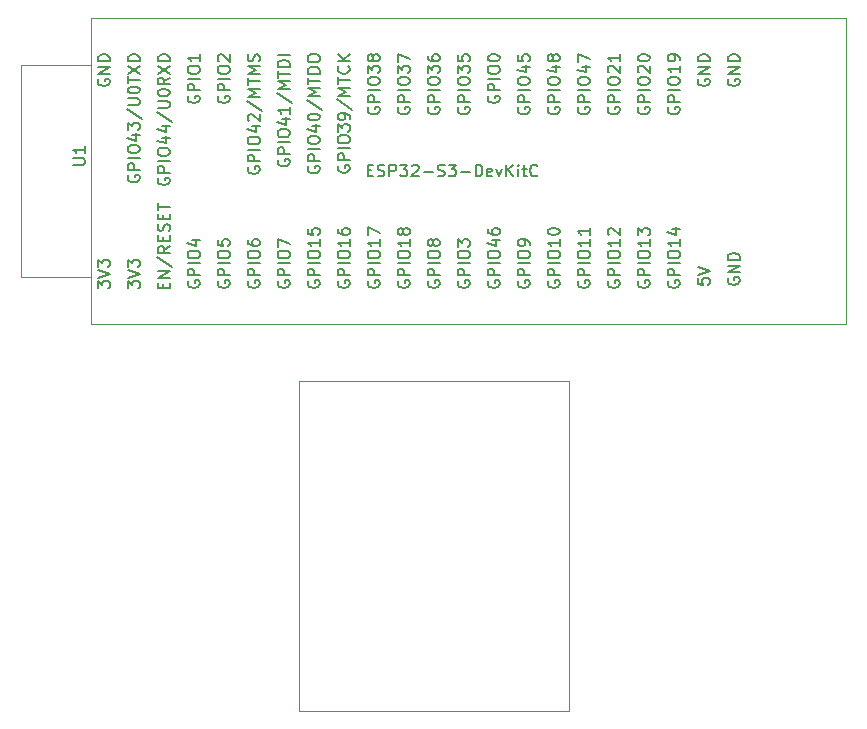
<source format=gbr>
%TF.GenerationSoftware,KiCad,Pcbnew,8.0.3-8.0.3-0~ubuntu22.04.1*%
%TF.CreationDate,2024-06-21T21:16:49-04:00*%
%TF.ProjectId,esp32-s3-wroom-2-devkitc1,65737033-322d-4733-932d-77726f6f6d2d,rev?*%
%TF.SameCoordinates,Original*%
%TF.FileFunction,Legend,Top*%
%TF.FilePolarity,Positive*%
%FSLAX46Y46*%
G04 Gerber Fmt 4.6, Leading zero omitted, Abs format (unit mm)*
G04 Created by KiCad (PCBNEW 8.0.3-8.0.3-0~ubuntu22.04.1) date 2024-06-21 21:16:49*
%MOMM*%
%LPD*%
G01*
G04 APERTURE LIST*
%ADD10C,0.150000*%
%ADD11C,0.100000*%
%ADD12C,0.120000*%
G04 APERTURE END LIST*
D10*
X119274819Y-69341904D02*
X120084342Y-69341904D01*
X120084342Y-69341904D02*
X120179580Y-69294285D01*
X120179580Y-69294285D02*
X120227200Y-69246666D01*
X120227200Y-69246666D02*
X120274819Y-69151428D01*
X120274819Y-69151428D02*
X120274819Y-68960952D01*
X120274819Y-68960952D02*
X120227200Y-68865714D01*
X120227200Y-68865714D02*
X120179580Y-68818095D01*
X120179580Y-68818095D02*
X120084342Y-68770476D01*
X120084342Y-68770476D02*
X119274819Y-68770476D01*
X120274819Y-67770476D02*
X120274819Y-68341904D01*
X120274819Y-68056190D02*
X119274819Y-68056190D01*
X119274819Y-68056190D02*
X119417676Y-68151428D01*
X119417676Y-68151428D02*
X119512914Y-68246666D01*
X119512914Y-68246666D02*
X119560533Y-68341904D01*
X144214613Y-69784689D02*
X144547946Y-69784689D01*
X144690803Y-70308499D02*
X144214613Y-70308499D01*
X144214613Y-70308499D02*
X144214613Y-69308499D01*
X144214613Y-69308499D02*
X144690803Y-69308499D01*
X145071756Y-70260880D02*
X145214613Y-70308499D01*
X145214613Y-70308499D02*
X145452708Y-70308499D01*
X145452708Y-70308499D02*
X145547946Y-70260880D01*
X145547946Y-70260880D02*
X145595565Y-70213260D01*
X145595565Y-70213260D02*
X145643184Y-70118022D01*
X145643184Y-70118022D02*
X145643184Y-70022784D01*
X145643184Y-70022784D02*
X145595565Y-69927546D01*
X145595565Y-69927546D02*
X145547946Y-69879927D01*
X145547946Y-69879927D02*
X145452708Y-69832308D01*
X145452708Y-69832308D02*
X145262232Y-69784689D01*
X145262232Y-69784689D02*
X145166994Y-69737070D01*
X145166994Y-69737070D02*
X145119375Y-69689451D01*
X145119375Y-69689451D02*
X145071756Y-69594213D01*
X145071756Y-69594213D02*
X145071756Y-69498975D01*
X145071756Y-69498975D02*
X145119375Y-69403737D01*
X145119375Y-69403737D02*
X145166994Y-69356118D01*
X145166994Y-69356118D02*
X145262232Y-69308499D01*
X145262232Y-69308499D02*
X145500327Y-69308499D01*
X145500327Y-69308499D02*
X145643184Y-69356118D01*
X146071756Y-70308499D02*
X146071756Y-69308499D01*
X146071756Y-69308499D02*
X146452708Y-69308499D01*
X146452708Y-69308499D02*
X146547946Y-69356118D01*
X146547946Y-69356118D02*
X146595565Y-69403737D01*
X146595565Y-69403737D02*
X146643184Y-69498975D01*
X146643184Y-69498975D02*
X146643184Y-69641832D01*
X146643184Y-69641832D02*
X146595565Y-69737070D01*
X146595565Y-69737070D02*
X146547946Y-69784689D01*
X146547946Y-69784689D02*
X146452708Y-69832308D01*
X146452708Y-69832308D02*
X146071756Y-69832308D01*
X146976518Y-69308499D02*
X147595565Y-69308499D01*
X147595565Y-69308499D02*
X147262232Y-69689451D01*
X147262232Y-69689451D02*
X147405089Y-69689451D01*
X147405089Y-69689451D02*
X147500327Y-69737070D01*
X147500327Y-69737070D02*
X147547946Y-69784689D01*
X147547946Y-69784689D02*
X147595565Y-69879927D01*
X147595565Y-69879927D02*
X147595565Y-70118022D01*
X147595565Y-70118022D02*
X147547946Y-70213260D01*
X147547946Y-70213260D02*
X147500327Y-70260880D01*
X147500327Y-70260880D02*
X147405089Y-70308499D01*
X147405089Y-70308499D02*
X147119375Y-70308499D01*
X147119375Y-70308499D02*
X147024137Y-70260880D01*
X147024137Y-70260880D02*
X146976518Y-70213260D01*
X147976518Y-69403737D02*
X148024137Y-69356118D01*
X148024137Y-69356118D02*
X148119375Y-69308499D01*
X148119375Y-69308499D02*
X148357470Y-69308499D01*
X148357470Y-69308499D02*
X148452708Y-69356118D01*
X148452708Y-69356118D02*
X148500327Y-69403737D01*
X148500327Y-69403737D02*
X148547946Y-69498975D01*
X148547946Y-69498975D02*
X148547946Y-69594213D01*
X148547946Y-69594213D02*
X148500327Y-69737070D01*
X148500327Y-69737070D02*
X147928899Y-70308499D01*
X147928899Y-70308499D02*
X148547946Y-70308499D01*
X148976518Y-69927546D02*
X149738423Y-69927546D01*
X150166994Y-70260880D02*
X150309851Y-70308499D01*
X150309851Y-70308499D02*
X150547946Y-70308499D01*
X150547946Y-70308499D02*
X150643184Y-70260880D01*
X150643184Y-70260880D02*
X150690803Y-70213260D01*
X150690803Y-70213260D02*
X150738422Y-70118022D01*
X150738422Y-70118022D02*
X150738422Y-70022784D01*
X150738422Y-70022784D02*
X150690803Y-69927546D01*
X150690803Y-69927546D02*
X150643184Y-69879927D01*
X150643184Y-69879927D02*
X150547946Y-69832308D01*
X150547946Y-69832308D02*
X150357470Y-69784689D01*
X150357470Y-69784689D02*
X150262232Y-69737070D01*
X150262232Y-69737070D02*
X150214613Y-69689451D01*
X150214613Y-69689451D02*
X150166994Y-69594213D01*
X150166994Y-69594213D02*
X150166994Y-69498975D01*
X150166994Y-69498975D02*
X150214613Y-69403737D01*
X150214613Y-69403737D02*
X150262232Y-69356118D01*
X150262232Y-69356118D02*
X150357470Y-69308499D01*
X150357470Y-69308499D02*
X150595565Y-69308499D01*
X150595565Y-69308499D02*
X150738422Y-69356118D01*
X151071756Y-69308499D02*
X151690803Y-69308499D01*
X151690803Y-69308499D02*
X151357470Y-69689451D01*
X151357470Y-69689451D02*
X151500327Y-69689451D01*
X151500327Y-69689451D02*
X151595565Y-69737070D01*
X151595565Y-69737070D02*
X151643184Y-69784689D01*
X151643184Y-69784689D02*
X151690803Y-69879927D01*
X151690803Y-69879927D02*
X151690803Y-70118022D01*
X151690803Y-70118022D02*
X151643184Y-70213260D01*
X151643184Y-70213260D02*
X151595565Y-70260880D01*
X151595565Y-70260880D02*
X151500327Y-70308499D01*
X151500327Y-70308499D02*
X151214613Y-70308499D01*
X151214613Y-70308499D02*
X151119375Y-70260880D01*
X151119375Y-70260880D02*
X151071756Y-70213260D01*
X152119375Y-69927546D02*
X152881280Y-69927546D01*
X153357470Y-70308499D02*
X153357470Y-69308499D01*
X153357470Y-69308499D02*
X153595565Y-69308499D01*
X153595565Y-69308499D02*
X153738422Y-69356118D01*
X153738422Y-69356118D02*
X153833660Y-69451356D01*
X153833660Y-69451356D02*
X153881279Y-69546594D01*
X153881279Y-69546594D02*
X153928898Y-69737070D01*
X153928898Y-69737070D02*
X153928898Y-69879927D01*
X153928898Y-69879927D02*
X153881279Y-70070403D01*
X153881279Y-70070403D02*
X153833660Y-70165641D01*
X153833660Y-70165641D02*
X153738422Y-70260880D01*
X153738422Y-70260880D02*
X153595565Y-70308499D01*
X153595565Y-70308499D02*
X153357470Y-70308499D01*
X154738422Y-70260880D02*
X154643184Y-70308499D01*
X154643184Y-70308499D02*
X154452708Y-70308499D01*
X154452708Y-70308499D02*
X154357470Y-70260880D01*
X154357470Y-70260880D02*
X154309851Y-70165641D01*
X154309851Y-70165641D02*
X154309851Y-69784689D01*
X154309851Y-69784689D02*
X154357470Y-69689451D01*
X154357470Y-69689451D02*
X154452708Y-69641832D01*
X154452708Y-69641832D02*
X154643184Y-69641832D01*
X154643184Y-69641832D02*
X154738422Y-69689451D01*
X154738422Y-69689451D02*
X154786041Y-69784689D01*
X154786041Y-69784689D02*
X154786041Y-69879927D01*
X154786041Y-69879927D02*
X154309851Y-69975165D01*
X155119375Y-69641832D02*
X155357470Y-70308499D01*
X155357470Y-70308499D02*
X155595565Y-69641832D01*
X155976518Y-70308499D02*
X155976518Y-69308499D01*
X156547946Y-70308499D02*
X156119375Y-69737070D01*
X156547946Y-69308499D02*
X155976518Y-69879927D01*
X156976518Y-70308499D02*
X156976518Y-69641832D01*
X156976518Y-69308499D02*
X156928899Y-69356118D01*
X156928899Y-69356118D02*
X156976518Y-69403737D01*
X156976518Y-69403737D02*
X157024137Y-69356118D01*
X157024137Y-69356118D02*
X156976518Y-69308499D01*
X156976518Y-69308499D02*
X156976518Y-69403737D01*
X157309851Y-69641832D02*
X157690803Y-69641832D01*
X157452708Y-69308499D02*
X157452708Y-70165641D01*
X157452708Y-70165641D02*
X157500327Y-70260880D01*
X157500327Y-70260880D02*
X157595565Y-70308499D01*
X157595565Y-70308499D02*
X157690803Y-70308499D01*
X158595565Y-70213260D02*
X158547946Y-70260880D01*
X158547946Y-70260880D02*
X158405089Y-70308499D01*
X158405089Y-70308499D02*
X158309851Y-70308499D01*
X158309851Y-70308499D02*
X158166994Y-70260880D01*
X158166994Y-70260880D02*
X158071756Y-70165641D01*
X158071756Y-70165641D02*
X158024137Y-70070403D01*
X158024137Y-70070403D02*
X157976518Y-69879927D01*
X157976518Y-69879927D02*
X157976518Y-69737070D01*
X157976518Y-69737070D02*
X158024137Y-69546594D01*
X158024137Y-69546594D02*
X158071756Y-69451356D01*
X158071756Y-69451356D02*
X158166994Y-69356118D01*
X158166994Y-69356118D02*
X158309851Y-69308499D01*
X158309851Y-69308499D02*
X158405089Y-69308499D01*
X158405089Y-69308499D02*
X158547946Y-69356118D01*
X158547946Y-69356118D02*
X158595565Y-69403737D01*
X126502438Y-70455350D02*
X126454819Y-70550588D01*
X126454819Y-70550588D02*
X126454819Y-70693445D01*
X126454819Y-70693445D02*
X126502438Y-70836302D01*
X126502438Y-70836302D02*
X126597676Y-70931540D01*
X126597676Y-70931540D02*
X126692914Y-70979159D01*
X126692914Y-70979159D02*
X126883390Y-71026778D01*
X126883390Y-71026778D02*
X127026247Y-71026778D01*
X127026247Y-71026778D02*
X127216723Y-70979159D01*
X127216723Y-70979159D02*
X127311961Y-70931540D01*
X127311961Y-70931540D02*
X127407200Y-70836302D01*
X127407200Y-70836302D02*
X127454819Y-70693445D01*
X127454819Y-70693445D02*
X127454819Y-70598207D01*
X127454819Y-70598207D02*
X127407200Y-70455350D01*
X127407200Y-70455350D02*
X127359580Y-70407731D01*
X127359580Y-70407731D02*
X127026247Y-70407731D01*
X127026247Y-70407731D02*
X127026247Y-70598207D01*
X127454819Y-69979159D02*
X126454819Y-69979159D01*
X126454819Y-69979159D02*
X126454819Y-69598207D01*
X126454819Y-69598207D02*
X126502438Y-69502969D01*
X126502438Y-69502969D02*
X126550057Y-69455350D01*
X126550057Y-69455350D02*
X126645295Y-69407731D01*
X126645295Y-69407731D02*
X126788152Y-69407731D01*
X126788152Y-69407731D02*
X126883390Y-69455350D01*
X126883390Y-69455350D02*
X126931009Y-69502969D01*
X126931009Y-69502969D02*
X126978628Y-69598207D01*
X126978628Y-69598207D02*
X126978628Y-69979159D01*
X127454819Y-68979159D02*
X126454819Y-68979159D01*
X126454819Y-68312493D02*
X126454819Y-68122017D01*
X126454819Y-68122017D02*
X126502438Y-68026779D01*
X126502438Y-68026779D02*
X126597676Y-67931541D01*
X126597676Y-67931541D02*
X126788152Y-67883922D01*
X126788152Y-67883922D02*
X127121485Y-67883922D01*
X127121485Y-67883922D02*
X127311961Y-67931541D01*
X127311961Y-67931541D02*
X127407200Y-68026779D01*
X127407200Y-68026779D02*
X127454819Y-68122017D01*
X127454819Y-68122017D02*
X127454819Y-68312493D01*
X127454819Y-68312493D02*
X127407200Y-68407731D01*
X127407200Y-68407731D02*
X127311961Y-68502969D01*
X127311961Y-68502969D02*
X127121485Y-68550588D01*
X127121485Y-68550588D02*
X126788152Y-68550588D01*
X126788152Y-68550588D02*
X126597676Y-68502969D01*
X126597676Y-68502969D02*
X126502438Y-68407731D01*
X126502438Y-68407731D02*
X126454819Y-68312493D01*
X126788152Y-67026779D02*
X127454819Y-67026779D01*
X126407200Y-67264874D02*
X127121485Y-67502969D01*
X127121485Y-67502969D02*
X127121485Y-66883922D01*
X126788152Y-66074398D02*
X127454819Y-66074398D01*
X126407200Y-66312493D02*
X127121485Y-66550588D01*
X127121485Y-66550588D02*
X127121485Y-65931541D01*
X126407200Y-64836303D02*
X127692914Y-65693445D01*
X126454819Y-64502969D02*
X127264342Y-64502969D01*
X127264342Y-64502969D02*
X127359580Y-64455350D01*
X127359580Y-64455350D02*
X127407200Y-64407731D01*
X127407200Y-64407731D02*
X127454819Y-64312493D01*
X127454819Y-64312493D02*
X127454819Y-64122017D01*
X127454819Y-64122017D02*
X127407200Y-64026779D01*
X127407200Y-64026779D02*
X127359580Y-63979160D01*
X127359580Y-63979160D02*
X127264342Y-63931541D01*
X127264342Y-63931541D02*
X126454819Y-63931541D01*
X126454819Y-63264874D02*
X126454819Y-63169636D01*
X126454819Y-63169636D02*
X126502438Y-63074398D01*
X126502438Y-63074398D02*
X126550057Y-63026779D01*
X126550057Y-63026779D02*
X126645295Y-62979160D01*
X126645295Y-62979160D02*
X126835771Y-62931541D01*
X126835771Y-62931541D02*
X127073866Y-62931541D01*
X127073866Y-62931541D02*
X127264342Y-62979160D01*
X127264342Y-62979160D02*
X127359580Y-63026779D01*
X127359580Y-63026779D02*
X127407200Y-63074398D01*
X127407200Y-63074398D02*
X127454819Y-63169636D01*
X127454819Y-63169636D02*
X127454819Y-63264874D01*
X127454819Y-63264874D02*
X127407200Y-63360112D01*
X127407200Y-63360112D02*
X127359580Y-63407731D01*
X127359580Y-63407731D02*
X127264342Y-63455350D01*
X127264342Y-63455350D02*
X127073866Y-63502969D01*
X127073866Y-63502969D02*
X126835771Y-63502969D01*
X126835771Y-63502969D02*
X126645295Y-63455350D01*
X126645295Y-63455350D02*
X126550057Y-63407731D01*
X126550057Y-63407731D02*
X126502438Y-63360112D01*
X126502438Y-63360112D02*
X126454819Y-63264874D01*
X127454819Y-61931541D02*
X126978628Y-62264874D01*
X127454819Y-62502969D02*
X126454819Y-62502969D01*
X126454819Y-62502969D02*
X126454819Y-62122017D01*
X126454819Y-62122017D02*
X126502438Y-62026779D01*
X126502438Y-62026779D02*
X126550057Y-61979160D01*
X126550057Y-61979160D02*
X126645295Y-61931541D01*
X126645295Y-61931541D02*
X126788152Y-61931541D01*
X126788152Y-61931541D02*
X126883390Y-61979160D01*
X126883390Y-61979160D02*
X126931009Y-62026779D01*
X126931009Y-62026779D02*
X126978628Y-62122017D01*
X126978628Y-62122017D02*
X126978628Y-62502969D01*
X126454819Y-61598207D02*
X127454819Y-60931541D01*
X126454819Y-60931541D02*
X127454819Y-61598207D01*
X127454819Y-60550588D02*
X126454819Y-60550588D01*
X126454819Y-60550588D02*
X126454819Y-60312493D01*
X126454819Y-60312493D02*
X126502438Y-60169636D01*
X126502438Y-60169636D02*
X126597676Y-60074398D01*
X126597676Y-60074398D02*
X126692914Y-60026779D01*
X126692914Y-60026779D02*
X126883390Y-59979160D01*
X126883390Y-59979160D02*
X127026247Y-59979160D01*
X127026247Y-59979160D02*
X127216723Y-60026779D01*
X127216723Y-60026779D02*
X127311961Y-60074398D01*
X127311961Y-60074398D02*
X127407200Y-60169636D01*
X127407200Y-60169636D02*
X127454819Y-60312493D01*
X127454819Y-60312493D02*
X127454819Y-60550588D01*
X159522438Y-64455350D02*
X159474819Y-64550588D01*
X159474819Y-64550588D02*
X159474819Y-64693445D01*
X159474819Y-64693445D02*
X159522438Y-64836302D01*
X159522438Y-64836302D02*
X159617676Y-64931540D01*
X159617676Y-64931540D02*
X159712914Y-64979159D01*
X159712914Y-64979159D02*
X159903390Y-65026778D01*
X159903390Y-65026778D02*
X160046247Y-65026778D01*
X160046247Y-65026778D02*
X160236723Y-64979159D01*
X160236723Y-64979159D02*
X160331961Y-64931540D01*
X160331961Y-64931540D02*
X160427200Y-64836302D01*
X160427200Y-64836302D02*
X160474819Y-64693445D01*
X160474819Y-64693445D02*
X160474819Y-64598207D01*
X160474819Y-64598207D02*
X160427200Y-64455350D01*
X160427200Y-64455350D02*
X160379580Y-64407731D01*
X160379580Y-64407731D02*
X160046247Y-64407731D01*
X160046247Y-64407731D02*
X160046247Y-64598207D01*
X160474819Y-63979159D02*
X159474819Y-63979159D01*
X159474819Y-63979159D02*
X159474819Y-63598207D01*
X159474819Y-63598207D02*
X159522438Y-63502969D01*
X159522438Y-63502969D02*
X159570057Y-63455350D01*
X159570057Y-63455350D02*
X159665295Y-63407731D01*
X159665295Y-63407731D02*
X159808152Y-63407731D01*
X159808152Y-63407731D02*
X159903390Y-63455350D01*
X159903390Y-63455350D02*
X159951009Y-63502969D01*
X159951009Y-63502969D02*
X159998628Y-63598207D01*
X159998628Y-63598207D02*
X159998628Y-63979159D01*
X160474819Y-62979159D02*
X159474819Y-62979159D01*
X159474819Y-62312493D02*
X159474819Y-62122017D01*
X159474819Y-62122017D02*
X159522438Y-62026779D01*
X159522438Y-62026779D02*
X159617676Y-61931541D01*
X159617676Y-61931541D02*
X159808152Y-61883922D01*
X159808152Y-61883922D02*
X160141485Y-61883922D01*
X160141485Y-61883922D02*
X160331961Y-61931541D01*
X160331961Y-61931541D02*
X160427200Y-62026779D01*
X160427200Y-62026779D02*
X160474819Y-62122017D01*
X160474819Y-62122017D02*
X160474819Y-62312493D01*
X160474819Y-62312493D02*
X160427200Y-62407731D01*
X160427200Y-62407731D02*
X160331961Y-62502969D01*
X160331961Y-62502969D02*
X160141485Y-62550588D01*
X160141485Y-62550588D02*
X159808152Y-62550588D01*
X159808152Y-62550588D02*
X159617676Y-62502969D01*
X159617676Y-62502969D02*
X159522438Y-62407731D01*
X159522438Y-62407731D02*
X159474819Y-62312493D01*
X159808152Y-61026779D02*
X160474819Y-61026779D01*
X159427200Y-61264874D02*
X160141485Y-61502969D01*
X160141485Y-61502969D02*
X160141485Y-60883922D01*
X159903390Y-60360112D02*
X159855771Y-60455350D01*
X159855771Y-60455350D02*
X159808152Y-60502969D01*
X159808152Y-60502969D02*
X159712914Y-60550588D01*
X159712914Y-60550588D02*
X159665295Y-60550588D01*
X159665295Y-60550588D02*
X159570057Y-60502969D01*
X159570057Y-60502969D02*
X159522438Y-60455350D01*
X159522438Y-60455350D02*
X159474819Y-60360112D01*
X159474819Y-60360112D02*
X159474819Y-60169636D01*
X159474819Y-60169636D02*
X159522438Y-60074398D01*
X159522438Y-60074398D02*
X159570057Y-60026779D01*
X159570057Y-60026779D02*
X159665295Y-59979160D01*
X159665295Y-59979160D02*
X159712914Y-59979160D01*
X159712914Y-59979160D02*
X159808152Y-60026779D01*
X159808152Y-60026779D02*
X159855771Y-60074398D01*
X159855771Y-60074398D02*
X159903390Y-60169636D01*
X159903390Y-60169636D02*
X159903390Y-60360112D01*
X159903390Y-60360112D02*
X159951009Y-60455350D01*
X159951009Y-60455350D02*
X159998628Y-60502969D01*
X159998628Y-60502969D02*
X160093866Y-60550588D01*
X160093866Y-60550588D02*
X160284342Y-60550588D01*
X160284342Y-60550588D02*
X160379580Y-60502969D01*
X160379580Y-60502969D02*
X160427200Y-60455350D01*
X160427200Y-60455350D02*
X160474819Y-60360112D01*
X160474819Y-60360112D02*
X160474819Y-60169636D01*
X160474819Y-60169636D02*
X160427200Y-60074398D01*
X160427200Y-60074398D02*
X160379580Y-60026779D01*
X160379580Y-60026779D02*
X160284342Y-59979160D01*
X160284342Y-59979160D02*
X160093866Y-59979160D01*
X160093866Y-59979160D02*
X159998628Y-60026779D01*
X159998628Y-60026779D02*
X159951009Y-60074398D01*
X159951009Y-60074398D02*
X159903390Y-60169636D01*
X134122438Y-79149411D02*
X134074819Y-79244649D01*
X134074819Y-79244649D02*
X134074819Y-79387506D01*
X134074819Y-79387506D02*
X134122438Y-79530363D01*
X134122438Y-79530363D02*
X134217676Y-79625601D01*
X134217676Y-79625601D02*
X134312914Y-79673220D01*
X134312914Y-79673220D02*
X134503390Y-79720839D01*
X134503390Y-79720839D02*
X134646247Y-79720839D01*
X134646247Y-79720839D02*
X134836723Y-79673220D01*
X134836723Y-79673220D02*
X134931961Y-79625601D01*
X134931961Y-79625601D02*
X135027200Y-79530363D01*
X135027200Y-79530363D02*
X135074819Y-79387506D01*
X135074819Y-79387506D02*
X135074819Y-79292268D01*
X135074819Y-79292268D02*
X135027200Y-79149411D01*
X135027200Y-79149411D02*
X134979580Y-79101792D01*
X134979580Y-79101792D02*
X134646247Y-79101792D01*
X134646247Y-79101792D02*
X134646247Y-79292268D01*
X135074819Y-78673220D02*
X134074819Y-78673220D01*
X134074819Y-78673220D02*
X134074819Y-78292268D01*
X134074819Y-78292268D02*
X134122438Y-78197030D01*
X134122438Y-78197030D02*
X134170057Y-78149411D01*
X134170057Y-78149411D02*
X134265295Y-78101792D01*
X134265295Y-78101792D02*
X134408152Y-78101792D01*
X134408152Y-78101792D02*
X134503390Y-78149411D01*
X134503390Y-78149411D02*
X134551009Y-78197030D01*
X134551009Y-78197030D02*
X134598628Y-78292268D01*
X134598628Y-78292268D02*
X134598628Y-78673220D01*
X135074819Y-77673220D02*
X134074819Y-77673220D01*
X134074819Y-77006554D02*
X134074819Y-76816078D01*
X134074819Y-76816078D02*
X134122438Y-76720840D01*
X134122438Y-76720840D02*
X134217676Y-76625602D01*
X134217676Y-76625602D02*
X134408152Y-76577983D01*
X134408152Y-76577983D02*
X134741485Y-76577983D01*
X134741485Y-76577983D02*
X134931961Y-76625602D01*
X134931961Y-76625602D02*
X135027200Y-76720840D01*
X135027200Y-76720840D02*
X135074819Y-76816078D01*
X135074819Y-76816078D02*
X135074819Y-77006554D01*
X135074819Y-77006554D02*
X135027200Y-77101792D01*
X135027200Y-77101792D02*
X134931961Y-77197030D01*
X134931961Y-77197030D02*
X134741485Y-77244649D01*
X134741485Y-77244649D02*
X134408152Y-77244649D01*
X134408152Y-77244649D02*
X134217676Y-77197030D01*
X134217676Y-77197030D02*
X134122438Y-77101792D01*
X134122438Y-77101792D02*
X134074819Y-77006554D01*
X134074819Y-75720840D02*
X134074819Y-75911316D01*
X134074819Y-75911316D02*
X134122438Y-76006554D01*
X134122438Y-76006554D02*
X134170057Y-76054173D01*
X134170057Y-76054173D02*
X134312914Y-76149411D01*
X134312914Y-76149411D02*
X134503390Y-76197030D01*
X134503390Y-76197030D02*
X134884342Y-76197030D01*
X134884342Y-76197030D02*
X134979580Y-76149411D01*
X134979580Y-76149411D02*
X135027200Y-76101792D01*
X135027200Y-76101792D02*
X135074819Y-76006554D01*
X135074819Y-76006554D02*
X135074819Y-75816078D01*
X135074819Y-75816078D02*
X135027200Y-75720840D01*
X135027200Y-75720840D02*
X134979580Y-75673221D01*
X134979580Y-75673221D02*
X134884342Y-75625602D01*
X134884342Y-75625602D02*
X134646247Y-75625602D01*
X134646247Y-75625602D02*
X134551009Y-75673221D01*
X134551009Y-75673221D02*
X134503390Y-75720840D01*
X134503390Y-75720840D02*
X134455771Y-75816078D01*
X134455771Y-75816078D02*
X134455771Y-76006554D01*
X134455771Y-76006554D02*
X134503390Y-76101792D01*
X134503390Y-76101792D02*
X134551009Y-76149411D01*
X134551009Y-76149411D02*
X134646247Y-76197030D01*
X134122438Y-69502969D02*
X134074819Y-69598207D01*
X134074819Y-69598207D02*
X134074819Y-69741064D01*
X134074819Y-69741064D02*
X134122438Y-69883921D01*
X134122438Y-69883921D02*
X134217676Y-69979159D01*
X134217676Y-69979159D02*
X134312914Y-70026778D01*
X134312914Y-70026778D02*
X134503390Y-70074397D01*
X134503390Y-70074397D02*
X134646247Y-70074397D01*
X134646247Y-70074397D02*
X134836723Y-70026778D01*
X134836723Y-70026778D02*
X134931961Y-69979159D01*
X134931961Y-69979159D02*
X135027200Y-69883921D01*
X135027200Y-69883921D02*
X135074819Y-69741064D01*
X135074819Y-69741064D02*
X135074819Y-69645826D01*
X135074819Y-69645826D02*
X135027200Y-69502969D01*
X135027200Y-69502969D02*
X134979580Y-69455350D01*
X134979580Y-69455350D02*
X134646247Y-69455350D01*
X134646247Y-69455350D02*
X134646247Y-69645826D01*
X135074819Y-69026778D02*
X134074819Y-69026778D01*
X134074819Y-69026778D02*
X134074819Y-68645826D01*
X134074819Y-68645826D02*
X134122438Y-68550588D01*
X134122438Y-68550588D02*
X134170057Y-68502969D01*
X134170057Y-68502969D02*
X134265295Y-68455350D01*
X134265295Y-68455350D02*
X134408152Y-68455350D01*
X134408152Y-68455350D02*
X134503390Y-68502969D01*
X134503390Y-68502969D02*
X134551009Y-68550588D01*
X134551009Y-68550588D02*
X134598628Y-68645826D01*
X134598628Y-68645826D02*
X134598628Y-69026778D01*
X135074819Y-68026778D02*
X134074819Y-68026778D01*
X134074819Y-67360112D02*
X134074819Y-67169636D01*
X134074819Y-67169636D02*
X134122438Y-67074398D01*
X134122438Y-67074398D02*
X134217676Y-66979160D01*
X134217676Y-66979160D02*
X134408152Y-66931541D01*
X134408152Y-66931541D02*
X134741485Y-66931541D01*
X134741485Y-66931541D02*
X134931961Y-66979160D01*
X134931961Y-66979160D02*
X135027200Y-67074398D01*
X135027200Y-67074398D02*
X135074819Y-67169636D01*
X135074819Y-67169636D02*
X135074819Y-67360112D01*
X135074819Y-67360112D02*
X135027200Y-67455350D01*
X135027200Y-67455350D02*
X134931961Y-67550588D01*
X134931961Y-67550588D02*
X134741485Y-67598207D01*
X134741485Y-67598207D02*
X134408152Y-67598207D01*
X134408152Y-67598207D02*
X134217676Y-67550588D01*
X134217676Y-67550588D02*
X134122438Y-67455350D01*
X134122438Y-67455350D02*
X134074819Y-67360112D01*
X134408152Y-66074398D02*
X135074819Y-66074398D01*
X134027200Y-66312493D02*
X134741485Y-66550588D01*
X134741485Y-66550588D02*
X134741485Y-65931541D01*
X134170057Y-65598207D02*
X134122438Y-65550588D01*
X134122438Y-65550588D02*
X134074819Y-65455350D01*
X134074819Y-65455350D02*
X134074819Y-65217255D01*
X134074819Y-65217255D02*
X134122438Y-65122017D01*
X134122438Y-65122017D02*
X134170057Y-65074398D01*
X134170057Y-65074398D02*
X134265295Y-65026779D01*
X134265295Y-65026779D02*
X134360533Y-65026779D01*
X134360533Y-65026779D02*
X134503390Y-65074398D01*
X134503390Y-65074398D02*
X135074819Y-65645826D01*
X135074819Y-65645826D02*
X135074819Y-65026779D01*
X134027200Y-63883922D02*
X135312914Y-64741064D01*
X135074819Y-63550588D02*
X134074819Y-63550588D01*
X134074819Y-63550588D02*
X134789104Y-63217255D01*
X134789104Y-63217255D02*
X134074819Y-62883922D01*
X134074819Y-62883922D02*
X135074819Y-62883922D01*
X134074819Y-62550588D02*
X134074819Y-61979160D01*
X135074819Y-62264874D02*
X134074819Y-62264874D01*
X135074819Y-61645826D02*
X134074819Y-61645826D01*
X134074819Y-61645826D02*
X134789104Y-61312493D01*
X134789104Y-61312493D02*
X134074819Y-60979160D01*
X134074819Y-60979160D02*
X135074819Y-60979160D01*
X135027200Y-60550588D02*
X135074819Y-60407731D01*
X135074819Y-60407731D02*
X135074819Y-60169636D01*
X135074819Y-60169636D02*
X135027200Y-60074398D01*
X135027200Y-60074398D02*
X134979580Y-60026779D01*
X134979580Y-60026779D02*
X134884342Y-59979160D01*
X134884342Y-59979160D02*
X134789104Y-59979160D01*
X134789104Y-59979160D02*
X134693866Y-60026779D01*
X134693866Y-60026779D02*
X134646247Y-60074398D01*
X134646247Y-60074398D02*
X134598628Y-60169636D01*
X134598628Y-60169636D02*
X134551009Y-60360112D01*
X134551009Y-60360112D02*
X134503390Y-60455350D01*
X134503390Y-60455350D02*
X134455771Y-60502969D01*
X134455771Y-60502969D02*
X134360533Y-60550588D01*
X134360533Y-60550588D02*
X134265295Y-60550588D01*
X134265295Y-60550588D02*
X134170057Y-60502969D01*
X134170057Y-60502969D02*
X134122438Y-60455350D01*
X134122438Y-60455350D02*
X134074819Y-60360112D01*
X134074819Y-60360112D02*
X134074819Y-60122017D01*
X134074819Y-60122017D02*
X134122438Y-59979160D01*
X172222438Y-62074398D02*
X172174819Y-62169636D01*
X172174819Y-62169636D02*
X172174819Y-62312493D01*
X172174819Y-62312493D02*
X172222438Y-62455350D01*
X172222438Y-62455350D02*
X172317676Y-62550588D01*
X172317676Y-62550588D02*
X172412914Y-62598207D01*
X172412914Y-62598207D02*
X172603390Y-62645826D01*
X172603390Y-62645826D02*
X172746247Y-62645826D01*
X172746247Y-62645826D02*
X172936723Y-62598207D01*
X172936723Y-62598207D02*
X173031961Y-62550588D01*
X173031961Y-62550588D02*
X173127200Y-62455350D01*
X173127200Y-62455350D02*
X173174819Y-62312493D01*
X173174819Y-62312493D02*
X173174819Y-62217255D01*
X173174819Y-62217255D02*
X173127200Y-62074398D01*
X173127200Y-62074398D02*
X173079580Y-62026779D01*
X173079580Y-62026779D02*
X172746247Y-62026779D01*
X172746247Y-62026779D02*
X172746247Y-62217255D01*
X173174819Y-61598207D02*
X172174819Y-61598207D01*
X172174819Y-61598207D02*
X173174819Y-61026779D01*
X173174819Y-61026779D02*
X172174819Y-61026779D01*
X173174819Y-60550588D02*
X172174819Y-60550588D01*
X172174819Y-60550588D02*
X172174819Y-60312493D01*
X172174819Y-60312493D02*
X172222438Y-60169636D01*
X172222438Y-60169636D02*
X172317676Y-60074398D01*
X172317676Y-60074398D02*
X172412914Y-60026779D01*
X172412914Y-60026779D02*
X172603390Y-59979160D01*
X172603390Y-59979160D02*
X172746247Y-59979160D01*
X172746247Y-59979160D02*
X172936723Y-60026779D01*
X172936723Y-60026779D02*
X173031961Y-60074398D01*
X173031961Y-60074398D02*
X173127200Y-60169636D01*
X173127200Y-60169636D02*
X173174819Y-60312493D01*
X173174819Y-60312493D02*
X173174819Y-60550588D01*
X141742438Y-69407731D02*
X141694819Y-69502969D01*
X141694819Y-69502969D02*
X141694819Y-69645826D01*
X141694819Y-69645826D02*
X141742438Y-69788683D01*
X141742438Y-69788683D02*
X141837676Y-69883921D01*
X141837676Y-69883921D02*
X141932914Y-69931540D01*
X141932914Y-69931540D02*
X142123390Y-69979159D01*
X142123390Y-69979159D02*
X142266247Y-69979159D01*
X142266247Y-69979159D02*
X142456723Y-69931540D01*
X142456723Y-69931540D02*
X142551961Y-69883921D01*
X142551961Y-69883921D02*
X142647200Y-69788683D01*
X142647200Y-69788683D02*
X142694819Y-69645826D01*
X142694819Y-69645826D02*
X142694819Y-69550588D01*
X142694819Y-69550588D02*
X142647200Y-69407731D01*
X142647200Y-69407731D02*
X142599580Y-69360112D01*
X142599580Y-69360112D02*
X142266247Y-69360112D01*
X142266247Y-69360112D02*
X142266247Y-69550588D01*
X142694819Y-68931540D02*
X141694819Y-68931540D01*
X141694819Y-68931540D02*
X141694819Y-68550588D01*
X141694819Y-68550588D02*
X141742438Y-68455350D01*
X141742438Y-68455350D02*
X141790057Y-68407731D01*
X141790057Y-68407731D02*
X141885295Y-68360112D01*
X141885295Y-68360112D02*
X142028152Y-68360112D01*
X142028152Y-68360112D02*
X142123390Y-68407731D01*
X142123390Y-68407731D02*
X142171009Y-68455350D01*
X142171009Y-68455350D02*
X142218628Y-68550588D01*
X142218628Y-68550588D02*
X142218628Y-68931540D01*
X142694819Y-67931540D02*
X141694819Y-67931540D01*
X141694819Y-67264874D02*
X141694819Y-67074398D01*
X141694819Y-67074398D02*
X141742438Y-66979160D01*
X141742438Y-66979160D02*
X141837676Y-66883922D01*
X141837676Y-66883922D02*
X142028152Y-66836303D01*
X142028152Y-66836303D02*
X142361485Y-66836303D01*
X142361485Y-66836303D02*
X142551961Y-66883922D01*
X142551961Y-66883922D02*
X142647200Y-66979160D01*
X142647200Y-66979160D02*
X142694819Y-67074398D01*
X142694819Y-67074398D02*
X142694819Y-67264874D01*
X142694819Y-67264874D02*
X142647200Y-67360112D01*
X142647200Y-67360112D02*
X142551961Y-67455350D01*
X142551961Y-67455350D02*
X142361485Y-67502969D01*
X142361485Y-67502969D02*
X142028152Y-67502969D01*
X142028152Y-67502969D02*
X141837676Y-67455350D01*
X141837676Y-67455350D02*
X141742438Y-67360112D01*
X141742438Y-67360112D02*
X141694819Y-67264874D01*
X141694819Y-66502969D02*
X141694819Y-65883922D01*
X141694819Y-65883922D02*
X142075771Y-66217255D01*
X142075771Y-66217255D02*
X142075771Y-66074398D01*
X142075771Y-66074398D02*
X142123390Y-65979160D01*
X142123390Y-65979160D02*
X142171009Y-65931541D01*
X142171009Y-65931541D02*
X142266247Y-65883922D01*
X142266247Y-65883922D02*
X142504342Y-65883922D01*
X142504342Y-65883922D02*
X142599580Y-65931541D01*
X142599580Y-65931541D02*
X142647200Y-65979160D01*
X142647200Y-65979160D02*
X142694819Y-66074398D01*
X142694819Y-66074398D02*
X142694819Y-66360112D01*
X142694819Y-66360112D02*
X142647200Y-66455350D01*
X142647200Y-66455350D02*
X142599580Y-66502969D01*
X142694819Y-65407731D02*
X142694819Y-65217255D01*
X142694819Y-65217255D02*
X142647200Y-65122017D01*
X142647200Y-65122017D02*
X142599580Y-65074398D01*
X142599580Y-65074398D02*
X142456723Y-64979160D01*
X142456723Y-64979160D02*
X142266247Y-64931541D01*
X142266247Y-64931541D02*
X141885295Y-64931541D01*
X141885295Y-64931541D02*
X141790057Y-64979160D01*
X141790057Y-64979160D02*
X141742438Y-65026779D01*
X141742438Y-65026779D02*
X141694819Y-65122017D01*
X141694819Y-65122017D02*
X141694819Y-65312493D01*
X141694819Y-65312493D02*
X141742438Y-65407731D01*
X141742438Y-65407731D02*
X141790057Y-65455350D01*
X141790057Y-65455350D02*
X141885295Y-65502969D01*
X141885295Y-65502969D02*
X142123390Y-65502969D01*
X142123390Y-65502969D02*
X142218628Y-65455350D01*
X142218628Y-65455350D02*
X142266247Y-65407731D01*
X142266247Y-65407731D02*
X142313866Y-65312493D01*
X142313866Y-65312493D02*
X142313866Y-65122017D01*
X142313866Y-65122017D02*
X142266247Y-65026779D01*
X142266247Y-65026779D02*
X142218628Y-64979160D01*
X142218628Y-64979160D02*
X142123390Y-64931541D01*
X141647200Y-63788684D02*
X142932914Y-64645826D01*
X142694819Y-63455350D02*
X141694819Y-63455350D01*
X141694819Y-63455350D02*
X142409104Y-63122017D01*
X142409104Y-63122017D02*
X141694819Y-62788684D01*
X141694819Y-62788684D02*
X142694819Y-62788684D01*
X141694819Y-62455350D02*
X141694819Y-61883922D01*
X142694819Y-62169636D02*
X141694819Y-62169636D01*
X142599580Y-60979160D02*
X142647200Y-61026779D01*
X142647200Y-61026779D02*
X142694819Y-61169636D01*
X142694819Y-61169636D02*
X142694819Y-61264874D01*
X142694819Y-61264874D02*
X142647200Y-61407731D01*
X142647200Y-61407731D02*
X142551961Y-61502969D01*
X142551961Y-61502969D02*
X142456723Y-61550588D01*
X142456723Y-61550588D02*
X142266247Y-61598207D01*
X142266247Y-61598207D02*
X142123390Y-61598207D01*
X142123390Y-61598207D02*
X141932914Y-61550588D01*
X141932914Y-61550588D02*
X141837676Y-61502969D01*
X141837676Y-61502969D02*
X141742438Y-61407731D01*
X141742438Y-61407731D02*
X141694819Y-61264874D01*
X141694819Y-61264874D02*
X141694819Y-61169636D01*
X141694819Y-61169636D02*
X141742438Y-61026779D01*
X141742438Y-61026779D02*
X141790057Y-60979160D01*
X142694819Y-60550588D02*
X141694819Y-60550588D01*
X142694819Y-59979160D02*
X142123390Y-60407731D01*
X141694819Y-59979160D02*
X142266247Y-60550588D01*
X162062438Y-79149411D02*
X162014819Y-79244649D01*
X162014819Y-79244649D02*
X162014819Y-79387506D01*
X162014819Y-79387506D02*
X162062438Y-79530363D01*
X162062438Y-79530363D02*
X162157676Y-79625601D01*
X162157676Y-79625601D02*
X162252914Y-79673220D01*
X162252914Y-79673220D02*
X162443390Y-79720839D01*
X162443390Y-79720839D02*
X162586247Y-79720839D01*
X162586247Y-79720839D02*
X162776723Y-79673220D01*
X162776723Y-79673220D02*
X162871961Y-79625601D01*
X162871961Y-79625601D02*
X162967200Y-79530363D01*
X162967200Y-79530363D02*
X163014819Y-79387506D01*
X163014819Y-79387506D02*
X163014819Y-79292268D01*
X163014819Y-79292268D02*
X162967200Y-79149411D01*
X162967200Y-79149411D02*
X162919580Y-79101792D01*
X162919580Y-79101792D02*
X162586247Y-79101792D01*
X162586247Y-79101792D02*
X162586247Y-79292268D01*
X163014819Y-78673220D02*
X162014819Y-78673220D01*
X162014819Y-78673220D02*
X162014819Y-78292268D01*
X162014819Y-78292268D02*
X162062438Y-78197030D01*
X162062438Y-78197030D02*
X162110057Y-78149411D01*
X162110057Y-78149411D02*
X162205295Y-78101792D01*
X162205295Y-78101792D02*
X162348152Y-78101792D01*
X162348152Y-78101792D02*
X162443390Y-78149411D01*
X162443390Y-78149411D02*
X162491009Y-78197030D01*
X162491009Y-78197030D02*
X162538628Y-78292268D01*
X162538628Y-78292268D02*
X162538628Y-78673220D01*
X163014819Y-77673220D02*
X162014819Y-77673220D01*
X162014819Y-77006554D02*
X162014819Y-76816078D01*
X162014819Y-76816078D02*
X162062438Y-76720840D01*
X162062438Y-76720840D02*
X162157676Y-76625602D01*
X162157676Y-76625602D02*
X162348152Y-76577983D01*
X162348152Y-76577983D02*
X162681485Y-76577983D01*
X162681485Y-76577983D02*
X162871961Y-76625602D01*
X162871961Y-76625602D02*
X162967200Y-76720840D01*
X162967200Y-76720840D02*
X163014819Y-76816078D01*
X163014819Y-76816078D02*
X163014819Y-77006554D01*
X163014819Y-77006554D02*
X162967200Y-77101792D01*
X162967200Y-77101792D02*
X162871961Y-77197030D01*
X162871961Y-77197030D02*
X162681485Y-77244649D01*
X162681485Y-77244649D02*
X162348152Y-77244649D01*
X162348152Y-77244649D02*
X162157676Y-77197030D01*
X162157676Y-77197030D02*
X162062438Y-77101792D01*
X162062438Y-77101792D02*
X162014819Y-77006554D01*
X163014819Y-75625602D02*
X163014819Y-76197030D01*
X163014819Y-75911316D02*
X162014819Y-75911316D01*
X162014819Y-75911316D02*
X162157676Y-76006554D01*
X162157676Y-76006554D02*
X162252914Y-76101792D01*
X162252914Y-76101792D02*
X162300533Y-76197030D01*
X163014819Y-74673221D02*
X163014819Y-75244649D01*
X163014819Y-74958935D02*
X162014819Y-74958935D01*
X162014819Y-74958935D02*
X162157676Y-75054173D01*
X162157676Y-75054173D02*
X162252914Y-75149411D01*
X162252914Y-75149411D02*
X162300533Y-75244649D01*
X169682438Y-64455350D02*
X169634819Y-64550588D01*
X169634819Y-64550588D02*
X169634819Y-64693445D01*
X169634819Y-64693445D02*
X169682438Y-64836302D01*
X169682438Y-64836302D02*
X169777676Y-64931540D01*
X169777676Y-64931540D02*
X169872914Y-64979159D01*
X169872914Y-64979159D02*
X170063390Y-65026778D01*
X170063390Y-65026778D02*
X170206247Y-65026778D01*
X170206247Y-65026778D02*
X170396723Y-64979159D01*
X170396723Y-64979159D02*
X170491961Y-64931540D01*
X170491961Y-64931540D02*
X170587200Y-64836302D01*
X170587200Y-64836302D02*
X170634819Y-64693445D01*
X170634819Y-64693445D02*
X170634819Y-64598207D01*
X170634819Y-64598207D02*
X170587200Y-64455350D01*
X170587200Y-64455350D02*
X170539580Y-64407731D01*
X170539580Y-64407731D02*
X170206247Y-64407731D01*
X170206247Y-64407731D02*
X170206247Y-64598207D01*
X170634819Y-63979159D02*
X169634819Y-63979159D01*
X169634819Y-63979159D02*
X169634819Y-63598207D01*
X169634819Y-63598207D02*
X169682438Y-63502969D01*
X169682438Y-63502969D02*
X169730057Y-63455350D01*
X169730057Y-63455350D02*
X169825295Y-63407731D01*
X169825295Y-63407731D02*
X169968152Y-63407731D01*
X169968152Y-63407731D02*
X170063390Y-63455350D01*
X170063390Y-63455350D02*
X170111009Y-63502969D01*
X170111009Y-63502969D02*
X170158628Y-63598207D01*
X170158628Y-63598207D02*
X170158628Y-63979159D01*
X170634819Y-62979159D02*
X169634819Y-62979159D01*
X169634819Y-62312493D02*
X169634819Y-62122017D01*
X169634819Y-62122017D02*
X169682438Y-62026779D01*
X169682438Y-62026779D02*
X169777676Y-61931541D01*
X169777676Y-61931541D02*
X169968152Y-61883922D01*
X169968152Y-61883922D02*
X170301485Y-61883922D01*
X170301485Y-61883922D02*
X170491961Y-61931541D01*
X170491961Y-61931541D02*
X170587200Y-62026779D01*
X170587200Y-62026779D02*
X170634819Y-62122017D01*
X170634819Y-62122017D02*
X170634819Y-62312493D01*
X170634819Y-62312493D02*
X170587200Y-62407731D01*
X170587200Y-62407731D02*
X170491961Y-62502969D01*
X170491961Y-62502969D02*
X170301485Y-62550588D01*
X170301485Y-62550588D02*
X169968152Y-62550588D01*
X169968152Y-62550588D02*
X169777676Y-62502969D01*
X169777676Y-62502969D02*
X169682438Y-62407731D01*
X169682438Y-62407731D02*
X169634819Y-62312493D01*
X170634819Y-60931541D02*
X170634819Y-61502969D01*
X170634819Y-61217255D02*
X169634819Y-61217255D01*
X169634819Y-61217255D02*
X169777676Y-61312493D01*
X169777676Y-61312493D02*
X169872914Y-61407731D01*
X169872914Y-61407731D02*
X169920533Y-61502969D01*
X170634819Y-60455350D02*
X170634819Y-60264874D01*
X170634819Y-60264874D02*
X170587200Y-60169636D01*
X170587200Y-60169636D02*
X170539580Y-60122017D01*
X170539580Y-60122017D02*
X170396723Y-60026779D01*
X170396723Y-60026779D02*
X170206247Y-59979160D01*
X170206247Y-59979160D02*
X169825295Y-59979160D01*
X169825295Y-59979160D02*
X169730057Y-60026779D01*
X169730057Y-60026779D02*
X169682438Y-60074398D01*
X169682438Y-60074398D02*
X169634819Y-60169636D01*
X169634819Y-60169636D02*
X169634819Y-60360112D01*
X169634819Y-60360112D02*
X169682438Y-60455350D01*
X169682438Y-60455350D02*
X169730057Y-60502969D01*
X169730057Y-60502969D02*
X169825295Y-60550588D01*
X169825295Y-60550588D02*
X170063390Y-60550588D01*
X170063390Y-60550588D02*
X170158628Y-60502969D01*
X170158628Y-60502969D02*
X170206247Y-60455350D01*
X170206247Y-60455350D02*
X170253866Y-60360112D01*
X170253866Y-60360112D02*
X170253866Y-60169636D01*
X170253866Y-60169636D02*
X170206247Y-60074398D01*
X170206247Y-60074398D02*
X170158628Y-60026779D01*
X170158628Y-60026779D02*
X170063390Y-59979160D01*
X144282438Y-64455350D02*
X144234819Y-64550588D01*
X144234819Y-64550588D02*
X144234819Y-64693445D01*
X144234819Y-64693445D02*
X144282438Y-64836302D01*
X144282438Y-64836302D02*
X144377676Y-64931540D01*
X144377676Y-64931540D02*
X144472914Y-64979159D01*
X144472914Y-64979159D02*
X144663390Y-65026778D01*
X144663390Y-65026778D02*
X144806247Y-65026778D01*
X144806247Y-65026778D02*
X144996723Y-64979159D01*
X144996723Y-64979159D02*
X145091961Y-64931540D01*
X145091961Y-64931540D02*
X145187200Y-64836302D01*
X145187200Y-64836302D02*
X145234819Y-64693445D01*
X145234819Y-64693445D02*
X145234819Y-64598207D01*
X145234819Y-64598207D02*
X145187200Y-64455350D01*
X145187200Y-64455350D02*
X145139580Y-64407731D01*
X145139580Y-64407731D02*
X144806247Y-64407731D01*
X144806247Y-64407731D02*
X144806247Y-64598207D01*
X145234819Y-63979159D02*
X144234819Y-63979159D01*
X144234819Y-63979159D02*
X144234819Y-63598207D01*
X144234819Y-63598207D02*
X144282438Y-63502969D01*
X144282438Y-63502969D02*
X144330057Y-63455350D01*
X144330057Y-63455350D02*
X144425295Y-63407731D01*
X144425295Y-63407731D02*
X144568152Y-63407731D01*
X144568152Y-63407731D02*
X144663390Y-63455350D01*
X144663390Y-63455350D02*
X144711009Y-63502969D01*
X144711009Y-63502969D02*
X144758628Y-63598207D01*
X144758628Y-63598207D02*
X144758628Y-63979159D01*
X145234819Y-62979159D02*
X144234819Y-62979159D01*
X144234819Y-62312493D02*
X144234819Y-62122017D01*
X144234819Y-62122017D02*
X144282438Y-62026779D01*
X144282438Y-62026779D02*
X144377676Y-61931541D01*
X144377676Y-61931541D02*
X144568152Y-61883922D01*
X144568152Y-61883922D02*
X144901485Y-61883922D01*
X144901485Y-61883922D02*
X145091961Y-61931541D01*
X145091961Y-61931541D02*
X145187200Y-62026779D01*
X145187200Y-62026779D02*
X145234819Y-62122017D01*
X145234819Y-62122017D02*
X145234819Y-62312493D01*
X145234819Y-62312493D02*
X145187200Y-62407731D01*
X145187200Y-62407731D02*
X145091961Y-62502969D01*
X145091961Y-62502969D02*
X144901485Y-62550588D01*
X144901485Y-62550588D02*
X144568152Y-62550588D01*
X144568152Y-62550588D02*
X144377676Y-62502969D01*
X144377676Y-62502969D02*
X144282438Y-62407731D01*
X144282438Y-62407731D02*
X144234819Y-62312493D01*
X144234819Y-61550588D02*
X144234819Y-60931541D01*
X144234819Y-60931541D02*
X144615771Y-61264874D01*
X144615771Y-61264874D02*
X144615771Y-61122017D01*
X144615771Y-61122017D02*
X144663390Y-61026779D01*
X144663390Y-61026779D02*
X144711009Y-60979160D01*
X144711009Y-60979160D02*
X144806247Y-60931541D01*
X144806247Y-60931541D02*
X145044342Y-60931541D01*
X145044342Y-60931541D02*
X145139580Y-60979160D01*
X145139580Y-60979160D02*
X145187200Y-61026779D01*
X145187200Y-61026779D02*
X145234819Y-61122017D01*
X145234819Y-61122017D02*
X145234819Y-61407731D01*
X145234819Y-61407731D02*
X145187200Y-61502969D01*
X145187200Y-61502969D02*
X145139580Y-61550588D01*
X144663390Y-60360112D02*
X144615771Y-60455350D01*
X144615771Y-60455350D02*
X144568152Y-60502969D01*
X144568152Y-60502969D02*
X144472914Y-60550588D01*
X144472914Y-60550588D02*
X144425295Y-60550588D01*
X144425295Y-60550588D02*
X144330057Y-60502969D01*
X144330057Y-60502969D02*
X144282438Y-60455350D01*
X144282438Y-60455350D02*
X144234819Y-60360112D01*
X144234819Y-60360112D02*
X144234819Y-60169636D01*
X144234819Y-60169636D02*
X144282438Y-60074398D01*
X144282438Y-60074398D02*
X144330057Y-60026779D01*
X144330057Y-60026779D02*
X144425295Y-59979160D01*
X144425295Y-59979160D02*
X144472914Y-59979160D01*
X144472914Y-59979160D02*
X144568152Y-60026779D01*
X144568152Y-60026779D02*
X144615771Y-60074398D01*
X144615771Y-60074398D02*
X144663390Y-60169636D01*
X144663390Y-60169636D02*
X144663390Y-60360112D01*
X144663390Y-60360112D02*
X144711009Y-60455350D01*
X144711009Y-60455350D02*
X144758628Y-60502969D01*
X144758628Y-60502969D02*
X144853866Y-60550588D01*
X144853866Y-60550588D02*
X145044342Y-60550588D01*
X145044342Y-60550588D02*
X145139580Y-60502969D01*
X145139580Y-60502969D02*
X145187200Y-60455350D01*
X145187200Y-60455350D02*
X145234819Y-60360112D01*
X145234819Y-60360112D02*
X145234819Y-60169636D01*
X145234819Y-60169636D02*
X145187200Y-60074398D01*
X145187200Y-60074398D02*
X145139580Y-60026779D01*
X145139580Y-60026779D02*
X145044342Y-59979160D01*
X145044342Y-59979160D02*
X144853866Y-59979160D01*
X144853866Y-59979160D02*
X144758628Y-60026779D01*
X144758628Y-60026779D02*
X144711009Y-60074398D01*
X144711009Y-60074398D02*
X144663390Y-60169636D01*
X141742438Y-79149411D02*
X141694819Y-79244649D01*
X141694819Y-79244649D02*
X141694819Y-79387506D01*
X141694819Y-79387506D02*
X141742438Y-79530363D01*
X141742438Y-79530363D02*
X141837676Y-79625601D01*
X141837676Y-79625601D02*
X141932914Y-79673220D01*
X141932914Y-79673220D02*
X142123390Y-79720839D01*
X142123390Y-79720839D02*
X142266247Y-79720839D01*
X142266247Y-79720839D02*
X142456723Y-79673220D01*
X142456723Y-79673220D02*
X142551961Y-79625601D01*
X142551961Y-79625601D02*
X142647200Y-79530363D01*
X142647200Y-79530363D02*
X142694819Y-79387506D01*
X142694819Y-79387506D02*
X142694819Y-79292268D01*
X142694819Y-79292268D02*
X142647200Y-79149411D01*
X142647200Y-79149411D02*
X142599580Y-79101792D01*
X142599580Y-79101792D02*
X142266247Y-79101792D01*
X142266247Y-79101792D02*
X142266247Y-79292268D01*
X142694819Y-78673220D02*
X141694819Y-78673220D01*
X141694819Y-78673220D02*
X141694819Y-78292268D01*
X141694819Y-78292268D02*
X141742438Y-78197030D01*
X141742438Y-78197030D02*
X141790057Y-78149411D01*
X141790057Y-78149411D02*
X141885295Y-78101792D01*
X141885295Y-78101792D02*
X142028152Y-78101792D01*
X142028152Y-78101792D02*
X142123390Y-78149411D01*
X142123390Y-78149411D02*
X142171009Y-78197030D01*
X142171009Y-78197030D02*
X142218628Y-78292268D01*
X142218628Y-78292268D02*
X142218628Y-78673220D01*
X142694819Y-77673220D02*
X141694819Y-77673220D01*
X141694819Y-77006554D02*
X141694819Y-76816078D01*
X141694819Y-76816078D02*
X141742438Y-76720840D01*
X141742438Y-76720840D02*
X141837676Y-76625602D01*
X141837676Y-76625602D02*
X142028152Y-76577983D01*
X142028152Y-76577983D02*
X142361485Y-76577983D01*
X142361485Y-76577983D02*
X142551961Y-76625602D01*
X142551961Y-76625602D02*
X142647200Y-76720840D01*
X142647200Y-76720840D02*
X142694819Y-76816078D01*
X142694819Y-76816078D02*
X142694819Y-77006554D01*
X142694819Y-77006554D02*
X142647200Y-77101792D01*
X142647200Y-77101792D02*
X142551961Y-77197030D01*
X142551961Y-77197030D02*
X142361485Y-77244649D01*
X142361485Y-77244649D02*
X142028152Y-77244649D01*
X142028152Y-77244649D02*
X141837676Y-77197030D01*
X141837676Y-77197030D02*
X141742438Y-77101792D01*
X141742438Y-77101792D02*
X141694819Y-77006554D01*
X142694819Y-75625602D02*
X142694819Y-76197030D01*
X142694819Y-75911316D02*
X141694819Y-75911316D01*
X141694819Y-75911316D02*
X141837676Y-76006554D01*
X141837676Y-76006554D02*
X141932914Y-76101792D01*
X141932914Y-76101792D02*
X141980533Y-76197030D01*
X141694819Y-74768459D02*
X141694819Y-74958935D01*
X141694819Y-74958935D02*
X141742438Y-75054173D01*
X141742438Y-75054173D02*
X141790057Y-75101792D01*
X141790057Y-75101792D02*
X141932914Y-75197030D01*
X141932914Y-75197030D02*
X142123390Y-75244649D01*
X142123390Y-75244649D02*
X142504342Y-75244649D01*
X142504342Y-75244649D02*
X142599580Y-75197030D01*
X142599580Y-75197030D02*
X142647200Y-75149411D01*
X142647200Y-75149411D02*
X142694819Y-75054173D01*
X142694819Y-75054173D02*
X142694819Y-74863697D01*
X142694819Y-74863697D02*
X142647200Y-74768459D01*
X142647200Y-74768459D02*
X142599580Y-74720840D01*
X142599580Y-74720840D02*
X142504342Y-74673221D01*
X142504342Y-74673221D02*
X142266247Y-74673221D01*
X142266247Y-74673221D02*
X142171009Y-74720840D01*
X142171009Y-74720840D02*
X142123390Y-74768459D01*
X142123390Y-74768459D02*
X142075771Y-74863697D01*
X142075771Y-74863697D02*
X142075771Y-75054173D01*
X142075771Y-75054173D02*
X142123390Y-75149411D01*
X142123390Y-75149411D02*
X142171009Y-75197030D01*
X142171009Y-75197030D02*
X142266247Y-75244649D01*
X121422438Y-62074398D02*
X121374819Y-62169636D01*
X121374819Y-62169636D02*
X121374819Y-62312493D01*
X121374819Y-62312493D02*
X121422438Y-62455350D01*
X121422438Y-62455350D02*
X121517676Y-62550588D01*
X121517676Y-62550588D02*
X121612914Y-62598207D01*
X121612914Y-62598207D02*
X121803390Y-62645826D01*
X121803390Y-62645826D02*
X121946247Y-62645826D01*
X121946247Y-62645826D02*
X122136723Y-62598207D01*
X122136723Y-62598207D02*
X122231961Y-62550588D01*
X122231961Y-62550588D02*
X122327200Y-62455350D01*
X122327200Y-62455350D02*
X122374819Y-62312493D01*
X122374819Y-62312493D02*
X122374819Y-62217255D01*
X122374819Y-62217255D02*
X122327200Y-62074398D01*
X122327200Y-62074398D02*
X122279580Y-62026779D01*
X122279580Y-62026779D02*
X121946247Y-62026779D01*
X121946247Y-62026779D02*
X121946247Y-62217255D01*
X122374819Y-61598207D02*
X121374819Y-61598207D01*
X121374819Y-61598207D02*
X122374819Y-61026779D01*
X122374819Y-61026779D02*
X121374819Y-61026779D01*
X122374819Y-60550588D02*
X121374819Y-60550588D01*
X121374819Y-60550588D02*
X121374819Y-60312493D01*
X121374819Y-60312493D02*
X121422438Y-60169636D01*
X121422438Y-60169636D02*
X121517676Y-60074398D01*
X121517676Y-60074398D02*
X121612914Y-60026779D01*
X121612914Y-60026779D02*
X121803390Y-59979160D01*
X121803390Y-59979160D02*
X121946247Y-59979160D01*
X121946247Y-59979160D02*
X122136723Y-60026779D01*
X122136723Y-60026779D02*
X122231961Y-60074398D01*
X122231961Y-60074398D02*
X122327200Y-60169636D01*
X122327200Y-60169636D02*
X122374819Y-60312493D01*
X122374819Y-60312493D02*
X122374819Y-60550588D01*
X126928289Y-79778078D02*
X126928289Y-79444745D01*
X127452099Y-79301888D02*
X127452099Y-79778078D01*
X127452099Y-79778078D02*
X126452099Y-79778078D01*
X126452099Y-79778078D02*
X126452099Y-79301888D01*
X127452099Y-78873316D02*
X126452099Y-78873316D01*
X126452099Y-78873316D02*
X127452099Y-78301888D01*
X127452099Y-78301888D02*
X126452099Y-78301888D01*
X126404480Y-77111412D02*
X127690194Y-77968554D01*
X127452099Y-76206650D02*
X126975908Y-76539983D01*
X127452099Y-76778078D02*
X126452099Y-76778078D01*
X126452099Y-76778078D02*
X126452099Y-76397126D01*
X126452099Y-76397126D02*
X126499718Y-76301888D01*
X126499718Y-76301888D02*
X126547337Y-76254269D01*
X126547337Y-76254269D02*
X126642575Y-76206650D01*
X126642575Y-76206650D02*
X126785432Y-76206650D01*
X126785432Y-76206650D02*
X126880670Y-76254269D01*
X126880670Y-76254269D02*
X126928289Y-76301888D01*
X126928289Y-76301888D02*
X126975908Y-76397126D01*
X126975908Y-76397126D02*
X126975908Y-76778078D01*
X126928289Y-75778078D02*
X126928289Y-75444745D01*
X127452099Y-75301888D02*
X127452099Y-75778078D01*
X127452099Y-75778078D02*
X126452099Y-75778078D01*
X126452099Y-75778078D02*
X126452099Y-75301888D01*
X127404480Y-74920935D02*
X127452099Y-74778078D01*
X127452099Y-74778078D02*
X127452099Y-74539983D01*
X127452099Y-74539983D02*
X127404480Y-74444745D01*
X127404480Y-74444745D02*
X127356860Y-74397126D01*
X127356860Y-74397126D02*
X127261622Y-74349507D01*
X127261622Y-74349507D02*
X127166384Y-74349507D01*
X127166384Y-74349507D02*
X127071146Y-74397126D01*
X127071146Y-74397126D02*
X127023527Y-74444745D01*
X127023527Y-74444745D02*
X126975908Y-74539983D01*
X126975908Y-74539983D02*
X126928289Y-74730459D01*
X126928289Y-74730459D02*
X126880670Y-74825697D01*
X126880670Y-74825697D02*
X126833051Y-74873316D01*
X126833051Y-74873316D02*
X126737813Y-74920935D01*
X126737813Y-74920935D02*
X126642575Y-74920935D01*
X126642575Y-74920935D02*
X126547337Y-74873316D01*
X126547337Y-74873316D02*
X126499718Y-74825697D01*
X126499718Y-74825697D02*
X126452099Y-74730459D01*
X126452099Y-74730459D02*
X126452099Y-74492364D01*
X126452099Y-74492364D02*
X126499718Y-74349507D01*
X126928289Y-73920935D02*
X126928289Y-73587602D01*
X127452099Y-73444745D02*
X127452099Y-73920935D01*
X127452099Y-73920935D02*
X126452099Y-73920935D01*
X126452099Y-73920935D02*
X126452099Y-73444745D01*
X126452099Y-73159030D02*
X126452099Y-72587602D01*
X127452099Y-72873316D02*
X126452099Y-72873316D01*
X146822438Y-64455350D02*
X146774819Y-64550588D01*
X146774819Y-64550588D02*
X146774819Y-64693445D01*
X146774819Y-64693445D02*
X146822438Y-64836302D01*
X146822438Y-64836302D02*
X146917676Y-64931540D01*
X146917676Y-64931540D02*
X147012914Y-64979159D01*
X147012914Y-64979159D02*
X147203390Y-65026778D01*
X147203390Y-65026778D02*
X147346247Y-65026778D01*
X147346247Y-65026778D02*
X147536723Y-64979159D01*
X147536723Y-64979159D02*
X147631961Y-64931540D01*
X147631961Y-64931540D02*
X147727200Y-64836302D01*
X147727200Y-64836302D02*
X147774819Y-64693445D01*
X147774819Y-64693445D02*
X147774819Y-64598207D01*
X147774819Y-64598207D02*
X147727200Y-64455350D01*
X147727200Y-64455350D02*
X147679580Y-64407731D01*
X147679580Y-64407731D02*
X147346247Y-64407731D01*
X147346247Y-64407731D02*
X147346247Y-64598207D01*
X147774819Y-63979159D02*
X146774819Y-63979159D01*
X146774819Y-63979159D02*
X146774819Y-63598207D01*
X146774819Y-63598207D02*
X146822438Y-63502969D01*
X146822438Y-63502969D02*
X146870057Y-63455350D01*
X146870057Y-63455350D02*
X146965295Y-63407731D01*
X146965295Y-63407731D02*
X147108152Y-63407731D01*
X147108152Y-63407731D02*
X147203390Y-63455350D01*
X147203390Y-63455350D02*
X147251009Y-63502969D01*
X147251009Y-63502969D02*
X147298628Y-63598207D01*
X147298628Y-63598207D02*
X147298628Y-63979159D01*
X147774819Y-62979159D02*
X146774819Y-62979159D01*
X146774819Y-62312493D02*
X146774819Y-62122017D01*
X146774819Y-62122017D02*
X146822438Y-62026779D01*
X146822438Y-62026779D02*
X146917676Y-61931541D01*
X146917676Y-61931541D02*
X147108152Y-61883922D01*
X147108152Y-61883922D02*
X147441485Y-61883922D01*
X147441485Y-61883922D02*
X147631961Y-61931541D01*
X147631961Y-61931541D02*
X147727200Y-62026779D01*
X147727200Y-62026779D02*
X147774819Y-62122017D01*
X147774819Y-62122017D02*
X147774819Y-62312493D01*
X147774819Y-62312493D02*
X147727200Y-62407731D01*
X147727200Y-62407731D02*
X147631961Y-62502969D01*
X147631961Y-62502969D02*
X147441485Y-62550588D01*
X147441485Y-62550588D02*
X147108152Y-62550588D01*
X147108152Y-62550588D02*
X146917676Y-62502969D01*
X146917676Y-62502969D02*
X146822438Y-62407731D01*
X146822438Y-62407731D02*
X146774819Y-62312493D01*
X146774819Y-61550588D02*
X146774819Y-60931541D01*
X146774819Y-60931541D02*
X147155771Y-61264874D01*
X147155771Y-61264874D02*
X147155771Y-61122017D01*
X147155771Y-61122017D02*
X147203390Y-61026779D01*
X147203390Y-61026779D02*
X147251009Y-60979160D01*
X147251009Y-60979160D02*
X147346247Y-60931541D01*
X147346247Y-60931541D02*
X147584342Y-60931541D01*
X147584342Y-60931541D02*
X147679580Y-60979160D01*
X147679580Y-60979160D02*
X147727200Y-61026779D01*
X147727200Y-61026779D02*
X147774819Y-61122017D01*
X147774819Y-61122017D02*
X147774819Y-61407731D01*
X147774819Y-61407731D02*
X147727200Y-61502969D01*
X147727200Y-61502969D02*
X147679580Y-61550588D01*
X146774819Y-60598207D02*
X146774819Y-59931541D01*
X146774819Y-59931541D02*
X147774819Y-60360112D01*
X149362438Y-79149411D02*
X149314819Y-79244649D01*
X149314819Y-79244649D02*
X149314819Y-79387506D01*
X149314819Y-79387506D02*
X149362438Y-79530363D01*
X149362438Y-79530363D02*
X149457676Y-79625601D01*
X149457676Y-79625601D02*
X149552914Y-79673220D01*
X149552914Y-79673220D02*
X149743390Y-79720839D01*
X149743390Y-79720839D02*
X149886247Y-79720839D01*
X149886247Y-79720839D02*
X150076723Y-79673220D01*
X150076723Y-79673220D02*
X150171961Y-79625601D01*
X150171961Y-79625601D02*
X150267200Y-79530363D01*
X150267200Y-79530363D02*
X150314819Y-79387506D01*
X150314819Y-79387506D02*
X150314819Y-79292268D01*
X150314819Y-79292268D02*
X150267200Y-79149411D01*
X150267200Y-79149411D02*
X150219580Y-79101792D01*
X150219580Y-79101792D02*
X149886247Y-79101792D01*
X149886247Y-79101792D02*
X149886247Y-79292268D01*
X150314819Y-78673220D02*
X149314819Y-78673220D01*
X149314819Y-78673220D02*
X149314819Y-78292268D01*
X149314819Y-78292268D02*
X149362438Y-78197030D01*
X149362438Y-78197030D02*
X149410057Y-78149411D01*
X149410057Y-78149411D02*
X149505295Y-78101792D01*
X149505295Y-78101792D02*
X149648152Y-78101792D01*
X149648152Y-78101792D02*
X149743390Y-78149411D01*
X149743390Y-78149411D02*
X149791009Y-78197030D01*
X149791009Y-78197030D02*
X149838628Y-78292268D01*
X149838628Y-78292268D02*
X149838628Y-78673220D01*
X150314819Y-77673220D02*
X149314819Y-77673220D01*
X149314819Y-77006554D02*
X149314819Y-76816078D01*
X149314819Y-76816078D02*
X149362438Y-76720840D01*
X149362438Y-76720840D02*
X149457676Y-76625602D01*
X149457676Y-76625602D02*
X149648152Y-76577983D01*
X149648152Y-76577983D02*
X149981485Y-76577983D01*
X149981485Y-76577983D02*
X150171961Y-76625602D01*
X150171961Y-76625602D02*
X150267200Y-76720840D01*
X150267200Y-76720840D02*
X150314819Y-76816078D01*
X150314819Y-76816078D02*
X150314819Y-77006554D01*
X150314819Y-77006554D02*
X150267200Y-77101792D01*
X150267200Y-77101792D02*
X150171961Y-77197030D01*
X150171961Y-77197030D02*
X149981485Y-77244649D01*
X149981485Y-77244649D02*
X149648152Y-77244649D01*
X149648152Y-77244649D02*
X149457676Y-77197030D01*
X149457676Y-77197030D02*
X149362438Y-77101792D01*
X149362438Y-77101792D02*
X149314819Y-77006554D01*
X149743390Y-76006554D02*
X149695771Y-76101792D01*
X149695771Y-76101792D02*
X149648152Y-76149411D01*
X149648152Y-76149411D02*
X149552914Y-76197030D01*
X149552914Y-76197030D02*
X149505295Y-76197030D01*
X149505295Y-76197030D02*
X149410057Y-76149411D01*
X149410057Y-76149411D02*
X149362438Y-76101792D01*
X149362438Y-76101792D02*
X149314819Y-76006554D01*
X149314819Y-76006554D02*
X149314819Y-75816078D01*
X149314819Y-75816078D02*
X149362438Y-75720840D01*
X149362438Y-75720840D02*
X149410057Y-75673221D01*
X149410057Y-75673221D02*
X149505295Y-75625602D01*
X149505295Y-75625602D02*
X149552914Y-75625602D01*
X149552914Y-75625602D02*
X149648152Y-75673221D01*
X149648152Y-75673221D02*
X149695771Y-75720840D01*
X149695771Y-75720840D02*
X149743390Y-75816078D01*
X149743390Y-75816078D02*
X149743390Y-76006554D01*
X149743390Y-76006554D02*
X149791009Y-76101792D01*
X149791009Y-76101792D02*
X149838628Y-76149411D01*
X149838628Y-76149411D02*
X149933866Y-76197030D01*
X149933866Y-76197030D02*
X150124342Y-76197030D01*
X150124342Y-76197030D02*
X150219580Y-76149411D01*
X150219580Y-76149411D02*
X150267200Y-76101792D01*
X150267200Y-76101792D02*
X150314819Y-76006554D01*
X150314819Y-76006554D02*
X150314819Y-75816078D01*
X150314819Y-75816078D02*
X150267200Y-75720840D01*
X150267200Y-75720840D02*
X150219580Y-75673221D01*
X150219580Y-75673221D02*
X150124342Y-75625602D01*
X150124342Y-75625602D02*
X149933866Y-75625602D01*
X149933866Y-75625602D02*
X149838628Y-75673221D01*
X149838628Y-75673221D02*
X149791009Y-75720840D01*
X149791009Y-75720840D02*
X149743390Y-75816078D01*
X174762438Y-62074398D02*
X174714819Y-62169636D01*
X174714819Y-62169636D02*
X174714819Y-62312493D01*
X174714819Y-62312493D02*
X174762438Y-62455350D01*
X174762438Y-62455350D02*
X174857676Y-62550588D01*
X174857676Y-62550588D02*
X174952914Y-62598207D01*
X174952914Y-62598207D02*
X175143390Y-62645826D01*
X175143390Y-62645826D02*
X175286247Y-62645826D01*
X175286247Y-62645826D02*
X175476723Y-62598207D01*
X175476723Y-62598207D02*
X175571961Y-62550588D01*
X175571961Y-62550588D02*
X175667200Y-62455350D01*
X175667200Y-62455350D02*
X175714819Y-62312493D01*
X175714819Y-62312493D02*
X175714819Y-62217255D01*
X175714819Y-62217255D02*
X175667200Y-62074398D01*
X175667200Y-62074398D02*
X175619580Y-62026779D01*
X175619580Y-62026779D02*
X175286247Y-62026779D01*
X175286247Y-62026779D02*
X175286247Y-62217255D01*
X175714819Y-61598207D02*
X174714819Y-61598207D01*
X174714819Y-61598207D02*
X175714819Y-61026779D01*
X175714819Y-61026779D02*
X174714819Y-61026779D01*
X175714819Y-60550588D02*
X174714819Y-60550588D01*
X174714819Y-60550588D02*
X174714819Y-60312493D01*
X174714819Y-60312493D02*
X174762438Y-60169636D01*
X174762438Y-60169636D02*
X174857676Y-60074398D01*
X174857676Y-60074398D02*
X174952914Y-60026779D01*
X174952914Y-60026779D02*
X175143390Y-59979160D01*
X175143390Y-59979160D02*
X175286247Y-59979160D01*
X175286247Y-59979160D02*
X175476723Y-60026779D01*
X175476723Y-60026779D02*
X175571961Y-60074398D01*
X175571961Y-60074398D02*
X175667200Y-60169636D01*
X175667200Y-60169636D02*
X175714819Y-60312493D01*
X175714819Y-60312493D02*
X175714819Y-60550588D01*
X167142438Y-64455350D02*
X167094819Y-64550588D01*
X167094819Y-64550588D02*
X167094819Y-64693445D01*
X167094819Y-64693445D02*
X167142438Y-64836302D01*
X167142438Y-64836302D02*
X167237676Y-64931540D01*
X167237676Y-64931540D02*
X167332914Y-64979159D01*
X167332914Y-64979159D02*
X167523390Y-65026778D01*
X167523390Y-65026778D02*
X167666247Y-65026778D01*
X167666247Y-65026778D02*
X167856723Y-64979159D01*
X167856723Y-64979159D02*
X167951961Y-64931540D01*
X167951961Y-64931540D02*
X168047200Y-64836302D01*
X168047200Y-64836302D02*
X168094819Y-64693445D01*
X168094819Y-64693445D02*
X168094819Y-64598207D01*
X168094819Y-64598207D02*
X168047200Y-64455350D01*
X168047200Y-64455350D02*
X167999580Y-64407731D01*
X167999580Y-64407731D02*
X167666247Y-64407731D01*
X167666247Y-64407731D02*
X167666247Y-64598207D01*
X168094819Y-63979159D02*
X167094819Y-63979159D01*
X167094819Y-63979159D02*
X167094819Y-63598207D01*
X167094819Y-63598207D02*
X167142438Y-63502969D01*
X167142438Y-63502969D02*
X167190057Y-63455350D01*
X167190057Y-63455350D02*
X167285295Y-63407731D01*
X167285295Y-63407731D02*
X167428152Y-63407731D01*
X167428152Y-63407731D02*
X167523390Y-63455350D01*
X167523390Y-63455350D02*
X167571009Y-63502969D01*
X167571009Y-63502969D02*
X167618628Y-63598207D01*
X167618628Y-63598207D02*
X167618628Y-63979159D01*
X168094819Y-62979159D02*
X167094819Y-62979159D01*
X167094819Y-62312493D02*
X167094819Y-62122017D01*
X167094819Y-62122017D02*
X167142438Y-62026779D01*
X167142438Y-62026779D02*
X167237676Y-61931541D01*
X167237676Y-61931541D02*
X167428152Y-61883922D01*
X167428152Y-61883922D02*
X167761485Y-61883922D01*
X167761485Y-61883922D02*
X167951961Y-61931541D01*
X167951961Y-61931541D02*
X168047200Y-62026779D01*
X168047200Y-62026779D02*
X168094819Y-62122017D01*
X168094819Y-62122017D02*
X168094819Y-62312493D01*
X168094819Y-62312493D02*
X168047200Y-62407731D01*
X168047200Y-62407731D02*
X167951961Y-62502969D01*
X167951961Y-62502969D02*
X167761485Y-62550588D01*
X167761485Y-62550588D02*
X167428152Y-62550588D01*
X167428152Y-62550588D02*
X167237676Y-62502969D01*
X167237676Y-62502969D02*
X167142438Y-62407731D01*
X167142438Y-62407731D02*
X167094819Y-62312493D01*
X167190057Y-61502969D02*
X167142438Y-61455350D01*
X167142438Y-61455350D02*
X167094819Y-61360112D01*
X167094819Y-61360112D02*
X167094819Y-61122017D01*
X167094819Y-61122017D02*
X167142438Y-61026779D01*
X167142438Y-61026779D02*
X167190057Y-60979160D01*
X167190057Y-60979160D02*
X167285295Y-60931541D01*
X167285295Y-60931541D02*
X167380533Y-60931541D01*
X167380533Y-60931541D02*
X167523390Y-60979160D01*
X167523390Y-60979160D02*
X168094819Y-61550588D01*
X168094819Y-61550588D02*
X168094819Y-60931541D01*
X167094819Y-60312493D02*
X167094819Y-60217255D01*
X167094819Y-60217255D02*
X167142438Y-60122017D01*
X167142438Y-60122017D02*
X167190057Y-60074398D01*
X167190057Y-60074398D02*
X167285295Y-60026779D01*
X167285295Y-60026779D02*
X167475771Y-59979160D01*
X167475771Y-59979160D02*
X167713866Y-59979160D01*
X167713866Y-59979160D02*
X167904342Y-60026779D01*
X167904342Y-60026779D02*
X167999580Y-60074398D01*
X167999580Y-60074398D02*
X168047200Y-60122017D01*
X168047200Y-60122017D02*
X168094819Y-60217255D01*
X168094819Y-60217255D02*
X168094819Y-60312493D01*
X168094819Y-60312493D02*
X168047200Y-60407731D01*
X168047200Y-60407731D02*
X167999580Y-60455350D01*
X167999580Y-60455350D02*
X167904342Y-60502969D01*
X167904342Y-60502969D02*
X167713866Y-60550588D01*
X167713866Y-60550588D02*
X167475771Y-60550588D01*
X167475771Y-60550588D02*
X167285295Y-60502969D01*
X167285295Y-60502969D02*
X167190057Y-60455350D01*
X167190057Y-60455350D02*
X167142438Y-60407731D01*
X167142438Y-60407731D02*
X167094819Y-60312493D01*
X156982438Y-79149411D02*
X156934819Y-79244649D01*
X156934819Y-79244649D02*
X156934819Y-79387506D01*
X156934819Y-79387506D02*
X156982438Y-79530363D01*
X156982438Y-79530363D02*
X157077676Y-79625601D01*
X157077676Y-79625601D02*
X157172914Y-79673220D01*
X157172914Y-79673220D02*
X157363390Y-79720839D01*
X157363390Y-79720839D02*
X157506247Y-79720839D01*
X157506247Y-79720839D02*
X157696723Y-79673220D01*
X157696723Y-79673220D02*
X157791961Y-79625601D01*
X157791961Y-79625601D02*
X157887200Y-79530363D01*
X157887200Y-79530363D02*
X157934819Y-79387506D01*
X157934819Y-79387506D02*
X157934819Y-79292268D01*
X157934819Y-79292268D02*
X157887200Y-79149411D01*
X157887200Y-79149411D02*
X157839580Y-79101792D01*
X157839580Y-79101792D02*
X157506247Y-79101792D01*
X157506247Y-79101792D02*
X157506247Y-79292268D01*
X157934819Y-78673220D02*
X156934819Y-78673220D01*
X156934819Y-78673220D02*
X156934819Y-78292268D01*
X156934819Y-78292268D02*
X156982438Y-78197030D01*
X156982438Y-78197030D02*
X157030057Y-78149411D01*
X157030057Y-78149411D02*
X157125295Y-78101792D01*
X157125295Y-78101792D02*
X157268152Y-78101792D01*
X157268152Y-78101792D02*
X157363390Y-78149411D01*
X157363390Y-78149411D02*
X157411009Y-78197030D01*
X157411009Y-78197030D02*
X157458628Y-78292268D01*
X157458628Y-78292268D02*
X157458628Y-78673220D01*
X157934819Y-77673220D02*
X156934819Y-77673220D01*
X156934819Y-77006554D02*
X156934819Y-76816078D01*
X156934819Y-76816078D02*
X156982438Y-76720840D01*
X156982438Y-76720840D02*
X157077676Y-76625602D01*
X157077676Y-76625602D02*
X157268152Y-76577983D01*
X157268152Y-76577983D02*
X157601485Y-76577983D01*
X157601485Y-76577983D02*
X157791961Y-76625602D01*
X157791961Y-76625602D02*
X157887200Y-76720840D01*
X157887200Y-76720840D02*
X157934819Y-76816078D01*
X157934819Y-76816078D02*
X157934819Y-77006554D01*
X157934819Y-77006554D02*
X157887200Y-77101792D01*
X157887200Y-77101792D02*
X157791961Y-77197030D01*
X157791961Y-77197030D02*
X157601485Y-77244649D01*
X157601485Y-77244649D02*
X157268152Y-77244649D01*
X157268152Y-77244649D02*
X157077676Y-77197030D01*
X157077676Y-77197030D02*
X156982438Y-77101792D01*
X156982438Y-77101792D02*
X156934819Y-77006554D01*
X157934819Y-76101792D02*
X157934819Y-75911316D01*
X157934819Y-75911316D02*
X157887200Y-75816078D01*
X157887200Y-75816078D02*
X157839580Y-75768459D01*
X157839580Y-75768459D02*
X157696723Y-75673221D01*
X157696723Y-75673221D02*
X157506247Y-75625602D01*
X157506247Y-75625602D02*
X157125295Y-75625602D01*
X157125295Y-75625602D02*
X157030057Y-75673221D01*
X157030057Y-75673221D02*
X156982438Y-75720840D01*
X156982438Y-75720840D02*
X156934819Y-75816078D01*
X156934819Y-75816078D02*
X156934819Y-76006554D01*
X156934819Y-76006554D02*
X156982438Y-76101792D01*
X156982438Y-76101792D02*
X157030057Y-76149411D01*
X157030057Y-76149411D02*
X157125295Y-76197030D01*
X157125295Y-76197030D02*
X157363390Y-76197030D01*
X157363390Y-76197030D02*
X157458628Y-76149411D01*
X157458628Y-76149411D02*
X157506247Y-76101792D01*
X157506247Y-76101792D02*
X157553866Y-76006554D01*
X157553866Y-76006554D02*
X157553866Y-75816078D01*
X157553866Y-75816078D02*
X157506247Y-75720840D01*
X157506247Y-75720840D02*
X157458628Y-75673221D01*
X157458628Y-75673221D02*
X157363390Y-75625602D01*
X139202438Y-79149411D02*
X139154819Y-79244649D01*
X139154819Y-79244649D02*
X139154819Y-79387506D01*
X139154819Y-79387506D02*
X139202438Y-79530363D01*
X139202438Y-79530363D02*
X139297676Y-79625601D01*
X139297676Y-79625601D02*
X139392914Y-79673220D01*
X139392914Y-79673220D02*
X139583390Y-79720839D01*
X139583390Y-79720839D02*
X139726247Y-79720839D01*
X139726247Y-79720839D02*
X139916723Y-79673220D01*
X139916723Y-79673220D02*
X140011961Y-79625601D01*
X140011961Y-79625601D02*
X140107200Y-79530363D01*
X140107200Y-79530363D02*
X140154819Y-79387506D01*
X140154819Y-79387506D02*
X140154819Y-79292268D01*
X140154819Y-79292268D02*
X140107200Y-79149411D01*
X140107200Y-79149411D02*
X140059580Y-79101792D01*
X140059580Y-79101792D02*
X139726247Y-79101792D01*
X139726247Y-79101792D02*
X139726247Y-79292268D01*
X140154819Y-78673220D02*
X139154819Y-78673220D01*
X139154819Y-78673220D02*
X139154819Y-78292268D01*
X139154819Y-78292268D02*
X139202438Y-78197030D01*
X139202438Y-78197030D02*
X139250057Y-78149411D01*
X139250057Y-78149411D02*
X139345295Y-78101792D01*
X139345295Y-78101792D02*
X139488152Y-78101792D01*
X139488152Y-78101792D02*
X139583390Y-78149411D01*
X139583390Y-78149411D02*
X139631009Y-78197030D01*
X139631009Y-78197030D02*
X139678628Y-78292268D01*
X139678628Y-78292268D02*
X139678628Y-78673220D01*
X140154819Y-77673220D02*
X139154819Y-77673220D01*
X139154819Y-77006554D02*
X139154819Y-76816078D01*
X139154819Y-76816078D02*
X139202438Y-76720840D01*
X139202438Y-76720840D02*
X139297676Y-76625602D01*
X139297676Y-76625602D02*
X139488152Y-76577983D01*
X139488152Y-76577983D02*
X139821485Y-76577983D01*
X139821485Y-76577983D02*
X140011961Y-76625602D01*
X140011961Y-76625602D02*
X140107200Y-76720840D01*
X140107200Y-76720840D02*
X140154819Y-76816078D01*
X140154819Y-76816078D02*
X140154819Y-77006554D01*
X140154819Y-77006554D02*
X140107200Y-77101792D01*
X140107200Y-77101792D02*
X140011961Y-77197030D01*
X140011961Y-77197030D02*
X139821485Y-77244649D01*
X139821485Y-77244649D02*
X139488152Y-77244649D01*
X139488152Y-77244649D02*
X139297676Y-77197030D01*
X139297676Y-77197030D02*
X139202438Y-77101792D01*
X139202438Y-77101792D02*
X139154819Y-77006554D01*
X140154819Y-75625602D02*
X140154819Y-76197030D01*
X140154819Y-75911316D02*
X139154819Y-75911316D01*
X139154819Y-75911316D02*
X139297676Y-76006554D01*
X139297676Y-76006554D02*
X139392914Y-76101792D01*
X139392914Y-76101792D02*
X139440533Y-76197030D01*
X139154819Y-74720840D02*
X139154819Y-75197030D01*
X139154819Y-75197030D02*
X139631009Y-75244649D01*
X139631009Y-75244649D02*
X139583390Y-75197030D01*
X139583390Y-75197030D02*
X139535771Y-75101792D01*
X139535771Y-75101792D02*
X139535771Y-74863697D01*
X139535771Y-74863697D02*
X139583390Y-74768459D01*
X139583390Y-74768459D02*
X139631009Y-74720840D01*
X139631009Y-74720840D02*
X139726247Y-74673221D01*
X139726247Y-74673221D02*
X139964342Y-74673221D01*
X139964342Y-74673221D02*
X140059580Y-74720840D01*
X140059580Y-74720840D02*
X140107200Y-74768459D01*
X140107200Y-74768459D02*
X140154819Y-74863697D01*
X140154819Y-74863697D02*
X140154819Y-75101792D01*
X140154819Y-75101792D02*
X140107200Y-75197030D01*
X140107200Y-75197030D02*
X140059580Y-75244649D01*
X154442438Y-79149411D02*
X154394819Y-79244649D01*
X154394819Y-79244649D02*
X154394819Y-79387506D01*
X154394819Y-79387506D02*
X154442438Y-79530363D01*
X154442438Y-79530363D02*
X154537676Y-79625601D01*
X154537676Y-79625601D02*
X154632914Y-79673220D01*
X154632914Y-79673220D02*
X154823390Y-79720839D01*
X154823390Y-79720839D02*
X154966247Y-79720839D01*
X154966247Y-79720839D02*
X155156723Y-79673220D01*
X155156723Y-79673220D02*
X155251961Y-79625601D01*
X155251961Y-79625601D02*
X155347200Y-79530363D01*
X155347200Y-79530363D02*
X155394819Y-79387506D01*
X155394819Y-79387506D02*
X155394819Y-79292268D01*
X155394819Y-79292268D02*
X155347200Y-79149411D01*
X155347200Y-79149411D02*
X155299580Y-79101792D01*
X155299580Y-79101792D02*
X154966247Y-79101792D01*
X154966247Y-79101792D02*
X154966247Y-79292268D01*
X155394819Y-78673220D02*
X154394819Y-78673220D01*
X154394819Y-78673220D02*
X154394819Y-78292268D01*
X154394819Y-78292268D02*
X154442438Y-78197030D01*
X154442438Y-78197030D02*
X154490057Y-78149411D01*
X154490057Y-78149411D02*
X154585295Y-78101792D01*
X154585295Y-78101792D02*
X154728152Y-78101792D01*
X154728152Y-78101792D02*
X154823390Y-78149411D01*
X154823390Y-78149411D02*
X154871009Y-78197030D01*
X154871009Y-78197030D02*
X154918628Y-78292268D01*
X154918628Y-78292268D02*
X154918628Y-78673220D01*
X155394819Y-77673220D02*
X154394819Y-77673220D01*
X154394819Y-77006554D02*
X154394819Y-76816078D01*
X154394819Y-76816078D02*
X154442438Y-76720840D01*
X154442438Y-76720840D02*
X154537676Y-76625602D01*
X154537676Y-76625602D02*
X154728152Y-76577983D01*
X154728152Y-76577983D02*
X155061485Y-76577983D01*
X155061485Y-76577983D02*
X155251961Y-76625602D01*
X155251961Y-76625602D02*
X155347200Y-76720840D01*
X155347200Y-76720840D02*
X155394819Y-76816078D01*
X155394819Y-76816078D02*
X155394819Y-77006554D01*
X155394819Y-77006554D02*
X155347200Y-77101792D01*
X155347200Y-77101792D02*
X155251961Y-77197030D01*
X155251961Y-77197030D02*
X155061485Y-77244649D01*
X155061485Y-77244649D02*
X154728152Y-77244649D01*
X154728152Y-77244649D02*
X154537676Y-77197030D01*
X154537676Y-77197030D02*
X154442438Y-77101792D01*
X154442438Y-77101792D02*
X154394819Y-77006554D01*
X154728152Y-75720840D02*
X155394819Y-75720840D01*
X154347200Y-75958935D02*
X155061485Y-76197030D01*
X155061485Y-76197030D02*
X155061485Y-75577983D01*
X154394819Y-74768459D02*
X154394819Y-74958935D01*
X154394819Y-74958935D02*
X154442438Y-75054173D01*
X154442438Y-75054173D02*
X154490057Y-75101792D01*
X154490057Y-75101792D02*
X154632914Y-75197030D01*
X154632914Y-75197030D02*
X154823390Y-75244649D01*
X154823390Y-75244649D02*
X155204342Y-75244649D01*
X155204342Y-75244649D02*
X155299580Y-75197030D01*
X155299580Y-75197030D02*
X155347200Y-75149411D01*
X155347200Y-75149411D02*
X155394819Y-75054173D01*
X155394819Y-75054173D02*
X155394819Y-74863697D01*
X155394819Y-74863697D02*
X155347200Y-74768459D01*
X155347200Y-74768459D02*
X155299580Y-74720840D01*
X155299580Y-74720840D02*
X155204342Y-74673221D01*
X155204342Y-74673221D02*
X154966247Y-74673221D01*
X154966247Y-74673221D02*
X154871009Y-74720840D01*
X154871009Y-74720840D02*
X154823390Y-74768459D01*
X154823390Y-74768459D02*
X154775771Y-74863697D01*
X154775771Y-74863697D02*
X154775771Y-75054173D01*
X154775771Y-75054173D02*
X154823390Y-75149411D01*
X154823390Y-75149411D02*
X154871009Y-75197030D01*
X154871009Y-75197030D02*
X154966247Y-75244649D01*
X129042438Y-63502969D02*
X128994819Y-63598207D01*
X128994819Y-63598207D02*
X128994819Y-63741064D01*
X128994819Y-63741064D02*
X129042438Y-63883921D01*
X129042438Y-63883921D02*
X129137676Y-63979159D01*
X129137676Y-63979159D02*
X129232914Y-64026778D01*
X129232914Y-64026778D02*
X129423390Y-64074397D01*
X129423390Y-64074397D02*
X129566247Y-64074397D01*
X129566247Y-64074397D02*
X129756723Y-64026778D01*
X129756723Y-64026778D02*
X129851961Y-63979159D01*
X129851961Y-63979159D02*
X129947200Y-63883921D01*
X129947200Y-63883921D02*
X129994819Y-63741064D01*
X129994819Y-63741064D02*
X129994819Y-63645826D01*
X129994819Y-63645826D02*
X129947200Y-63502969D01*
X129947200Y-63502969D02*
X129899580Y-63455350D01*
X129899580Y-63455350D02*
X129566247Y-63455350D01*
X129566247Y-63455350D02*
X129566247Y-63645826D01*
X129994819Y-63026778D02*
X128994819Y-63026778D01*
X128994819Y-63026778D02*
X128994819Y-62645826D01*
X128994819Y-62645826D02*
X129042438Y-62550588D01*
X129042438Y-62550588D02*
X129090057Y-62502969D01*
X129090057Y-62502969D02*
X129185295Y-62455350D01*
X129185295Y-62455350D02*
X129328152Y-62455350D01*
X129328152Y-62455350D02*
X129423390Y-62502969D01*
X129423390Y-62502969D02*
X129471009Y-62550588D01*
X129471009Y-62550588D02*
X129518628Y-62645826D01*
X129518628Y-62645826D02*
X129518628Y-63026778D01*
X129994819Y-62026778D02*
X128994819Y-62026778D01*
X128994819Y-61360112D02*
X128994819Y-61169636D01*
X128994819Y-61169636D02*
X129042438Y-61074398D01*
X129042438Y-61074398D02*
X129137676Y-60979160D01*
X129137676Y-60979160D02*
X129328152Y-60931541D01*
X129328152Y-60931541D02*
X129661485Y-60931541D01*
X129661485Y-60931541D02*
X129851961Y-60979160D01*
X129851961Y-60979160D02*
X129947200Y-61074398D01*
X129947200Y-61074398D02*
X129994819Y-61169636D01*
X129994819Y-61169636D02*
X129994819Y-61360112D01*
X129994819Y-61360112D02*
X129947200Y-61455350D01*
X129947200Y-61455350D02*
X129851961Y-61550588D01*
X129851961Y-61550588D02*
X129661485Y-61598207D01*
X129661485Y-61598207D02*
X129328152Y-61598207D01*
X129328152Y-61598207D02*
X129137676Y-61550588D01*
X129137676Y-61550588D02*
X129042438Y-61455350D01*
X129042438Y-61455350D02*
X128994819Y-61360112D01*
X129994819Y-59979160D02*
X129994819Y-60550588D01*
X129994819Y-60264874D02*
X128994819Y-60264874D01*
X128994819Y-60264874D02*
X129137676Y-60360112D01*
X129137676Y-60360112D02*
X129232914Y-60455350D01*
X129232914Y-60455350D02*
X129280533Y-60550588D01*
X149362438Y-64455350D02*
X149314819Y-64550588D01*
X149314819Y-64550588D02*
X149314819Y-64693445D01*
X149314819Y-64693445D02*
X149362438Y-64836302D01*
X149362438Y-64836302D02*
X149457676Y-64931540D01*
X149457676Y-64931540D02*
X149552914Y-64979159D01*
X149552914Y-64979159D02*
X149743390Y-65026778D01*
X149743390Y-65026778D02*
X149886247Y-65026778D01*
X149886247Y-65026778D02*
X150076723Y-64979159D01*
X150076723Y-64979159D02*
X150171961Y-64931540D01*
X150171961Y-64931540D02*
X150267200Y-64836302D01*
X150267200Y-64836302D02*
X150314819Y-64693445D01*
X150314819Y-64693445D02*
X150314819Y-64598207D01*
X150314819Y-64598207D02*
X150267200Y-64455350D01*
X150267200Y-64455350D02*
X150219580Y-64407731D01*
X150219580Y-64407731D02*
X149886247Y-64407731D01*
X149886247Y-64407731D02*
X149886247Y-64598207D01*
X150314819Y-63979159D02*
X149314819Y-63979159D01*
X149314819Y-63979159D02*
X149314819Y-63598207D01*
X149314819Y-63598207D02*
X149362438Y-63502969D01*
X149362438Y-63502969D02*
X149410057Y-63455350D01*
X149410057Y-63455350D02*
X149505295Y-63407731D01*
X149505295Y-63407731D02*
X149648152Y-63407731D01*
X149648152Y-63407731D02*
X149743390Y-63455350D01*
X149743390Y-63455350D02*
X149791009Y-63502969D01*
X149791009Y-63502969D02*
X149838628Y-63598207D01*
X149838628Y-63598207D02*
X149838628Y-63979159D01*
X150314819Y-62979159D02*
X149314819Y-62979159D01*
X149314819Y-62312493D02*
X149314819Y-62122017D01*
X149314819Y-62122017D02*
X149362438Y-62026779D01*
X149362438Y-62026779D02*
X149457676Y-61931541D01*
X149457676Y-61931541D02*
X149648152Y-61883922D01*
X149648152Y-61883922D02*
X149981485Y-61883922D01*
X149981485Y-61883922D02*
X150171961Y-61931541D01*
X150171961Y-61931541D02*
X150267200Y-62026779D01*
X150267200Y-62026779D02*
X150314819Y-62122017D01*
X150314819Y-62122017D02*
X150314819Y-62312493D01*
X150314819Y-62312493D02*
X150267200Y-62407731D01*
X150267200Y-62407731D02*
X150171961Y-62502969D01*
X150171961Y-62502969D02*
X149981485Y-62550588D01*
X149981485Y-62550588D02*
X149648152Y-62550588D01*
X149648152Y-62550588D02*
X149457676Y-62502969D01*
X149457676Y-62502969D02*
X149362438Y-62407731D01*
X149362438Y-62407731D02*
X149314819Y-62312493D01*
X149314819Y-61550588D02*
X149314819Y-60931541D01*
X149314819Y-60931541D02*
X149695771Y-61264874D01*
X149695771Y-61264874D02*
X149695771Y-61122017D01*
X149695771Y-61122017D02*
X149743390Y-61026779D01*
X149743390Y-61026779D02*
X149791009Y-60979160D01*
X149791009Y-60979160D02*
X149886247Y-60931541D01*
X149886247Y-60931541D02*
X150124342Y-60931541D01*
X150124342Y-60931541D02*
X150219580Y-60979160D01*
X150219580Y-60979160D02*
X150267200Y-61026779D01*
X150267200Y-61026779D02*
X150314819Y-61122017D01*
X150314819Y-61122017D02*
X150314819Y-61407731D01*
X150314819Y-61407731D02*
X150267200Y-61502969D01*
X150267200Y-61502969D02*
X150219580Y-61550588D01*
X149314819Y-60074398D02*
X149314819Y-60264874D01*
X149314819Y-60264874D02*
X149362438Y-60360112D01*
X149362438Y-60360112D02*
X149410057Y-60407731D01*
X149410057Y-60407731D02*
X149552914Y-60502969D01*
X149552914Y-60502969D02*
X149743390Y-60550588D01*
X149743390Y-60550588D02*
X150124342Y-60550588D01*
X150124342Y-60550588D02*
X150219580Y-60502969D01*
X150219580Y-60502969D02*
X150267200Y-60455350D01*
X150267200Y-60455350D02*
X150314819Y-60360112D01*
X150314819Y-60360112D02*
X150314819Y-60169636D01*
X150314819Y-60169636D02*
X150267200Y-60074398D01*
X150267200Y-60074398D02*
X150219580Y-60026779D01*
X150219580Y-60026779D02*
X150124342Y-59979160D01*
X150124342Y-59979160D02*
X149886247Y-59979160D01*
X149886247Y-59979160D02*
X149791009Y-60026779D01*
X149791009Y-60026779D02*
X149743390Y-60074398D01*
X149743390Y-60074398D02*
X149695771Y-60169636D01*
X149695771Y-60169636D02*
X149695771Y-60360112D01*
X149695771Y-60360112D02*
X149743390Y-60455350D01*
X149743390Y-60455350D02*
X149791009Y-60502969D01*
X149791009Y-60502969D02*
X149886247Y-60550588D01*
X159522438Y-79149411D02*
X159474819Y-79244649D01*
X159474819Y-79244649D02*
X159474819Y-79387506D01*
X159474819Y-79387506D02*
X159522438Y-79530363D01*
X159522438Y-79530363D02*
X159617676Y-79625601D01*
X159617676Y-79625601D02*
X159712914Y-79673220D01*
X159712914Y-79673220D02*
X159903390Y-79720839D01*
X159903390Y-79720839D02*
X160046247Y-79720839D01*
X160046247Y-79720839D02*
X160236723Y-79673220D01*
X160236723Y-79673220D02*
X160331961Y-79625601D01*
X160331961Y-79625601D02*
X160427200Y-79530363D01*
X160427200Y-79530363D02*
X160474819Y-79387506D01*
X160474819Y-79387506D02*
X160474819Y-79292268D01*
X160474819Y-79292268D02*
X160427200Y-79149411D01*
X160427200Y-79149411D02*
X160379580Y-79101792D01*
X160379580Y-79101792D02*
X160046247Y-79101792D01*
X160046247Y-79101792D02*
X160046247Y-79292268D01*
X160474819Y-78673220D02*
X159474819Y-78673220D01*
X159474819Y-78673220D02*
X159474819Y-78292268D01*
X159474819Y-78292268D02*
X159522438Y-78197030D01*
X159522438Y-78197030D02*
X159570057Y-78149411D01*
X159570057Y-78149411D02*
X159665295Y-78101792D01*
X159665295Y-78101792D02*
X159808152Y-78101792D01*
X159808152Y-78101792D02*
X159903390Y-78149411D01*
X159903390Y-78149411D02*
X159951009Y-78197030D01*
X159951009Y-78197030D02*
X159998628Y-78292268D01*
X159998628Y-78292268D02*
X159998628Y-78673220D01*
X160474819Y-77673220D02*
X159474819Y-77673220D01*
X159474819Y-77006554D02*
X159474819Y-76816078D01*
X159474819Y-76816078D02*
X159522438Y-76720840D01*
X159522438Y-76720840D02*
X159617676Y-76625602D01*
X159617676Y-76625602D02*
X159808152Y-76577983D01*
X159808152Y-76577983D02*
X160141485Y-76577983D01*
X160141485Y-76577983D02*
X160331961Y-76625602D01*
X160331961Y-76625602D02*
X160427200Y-76720840D01*
X160427200Y-76720840D02*
X160474819Y-76816078D01*
X160474819Y-76816078D02*
X160474819Y-77006554D01*
X160474819Y-77006554D02*
X160427200Y-77101792D01*
X160427200Y-77101792D02*
X160331961Y-77197030D01*
X160331961Y-77197030D02*
X160141485Y-77244649D01*
X160141485Y-77244649D02*
X159808152Y-77244649D01*
X159808152Y-77244649D02*
X159617676Y-77197030D01*
X159617676Y-77197030D02*
X159522438Y-77101792D01*
X159522438Y-77101792D02*
X159474819Y-77006554D01*
X160474819Y-75625602D02*
X160474819Y-76197030D01*
X160474819Y-75911316D02*
X159474819Y-75911316D01*
X159474819Y-75911316D02*
X159617676Y-76006554D01*
X159617676Y-76006554D02*
X159712914Y-76101792D01*
X159712914Y-76101792D02*
X159760533Y-76197030D01*
X159474819Y-75006554D02*
X159474819Y-74911316D01*
X159474819Y-74911316D02*
X159522438Y-74816078D01*
X159522438Y-74816078D02*
X159570057Y-74768459D01*
X159570057Y-74768459D02*
X159665295Y-74720840D01*
X159665295Y-74720840D02*
X159855771Y-74673221D01*
X159855771Y-74673221D02*
X160093866Y-74673221D01*
X160093866Y-74673221D02*
X160284342Y-74720840D01*
X160284342Y-74720840D02*
X160379580Y-74768459D01*
X160379580Y-74768459D02*
X160427200Y-74816078D01*
X160427200Y-74816078D02*
X160474819Y-74911316D01*
X160474819Y-74911316D02*
X160474819Y-75006554D01*
X160474819Y-75006554D02*
X160427200Y-75101792D01*
X160427200Y-75101792D02*
X160379580Y-75149411D01*
X160379580Y-75149411D02*
X160284342Y-75197030D01*
X160284342Y-75197030D02*
X160093866Y-75244649D01*
X160093866Y-75244649D02*
X159855771Y-75244649D01*
X159855771Y-75244649D02*
X159665295Y-75197030D01*
X159665295Y-75197030D02*
X159570057Y-75149411D01*
X159570057Y-75149411D02*
X159522438Y-75101792D01*
X159522438Y-75101792D02*
X159474819Y-75006554D01*
X169682438Y-79149411D02*
X169634819Y-79244649D01*
X169634819Y-79244649D02*
X169634819Y-79387506D01*
X169634819Y-79387506D02*
X169682438Y-79530363D01*
X169682438Y-79530363D02*
X169777676Y-79625601D01*
X169777676Y-79625601D02*
X169872914Y-79673220D01*
X169872914Y-79673220D02*
X170063390Y-79720839D01*
X170063390Y-79720839D02*
X170206247Y-79720839D01*
X170206247Y-79720839D02*
X170396723Y-79673220D01*
X170396723Y-79673220D02*
X170491961Y-79625601D01*
X170491961Y-79625601D02*
X170587200Y-79530363D01*
X170587200Y-79530363D02*
X170634819Y-79387506D01*
X170634819Y-79387506D02*
X170634819Y-79292268D01*
X170634819Y-79292268D02*
X170587200Y-79149411D01*
X170587200Y-79149411D02*
X170539580Y-79101792D01*
X170539580Y-79101792D02*
X170206247Y-79101792D01*
X170206247Y-79101792D02*
X170206247Y-79292268D01*
X170634819Y-78673220D02*
X169634819Y-78673220D01*
X169634819Y-78673220D02*
X169634819Y-78292268D01*
X169634819Y-78292268D02*
X169682438Y-78197030D01*
X169682438Y-78197030D02*
X169730057Y-78149411D01*
X169730057Y-78149411D02*
X169825295Y-78101792D01*
X169825295Y-78101792D02*
X169968152Y-78101792D01*
X169968152Y-78101792D02*
X170063390Y-78149411D01*
X170063390Y-78149411D02*
X170111009Y-78197030D01*
X170111009Y-78197030D02*
X170158628Y-78292268D01*
X170158628Y-78292268D02*
X170158628Y-78673220D01*
X170634819Y-77673220D02*
X169634819Y-77673220D01*
X169634819Y-77006554D02*
X169634819Y-76816078D01*
X169634819Y-76816078D02*
X169682438Y-76720840D01*
X169682438Y-76720840D02*
X169777676Y-76625602D01*
X169777676Y-76625602D02*
X169968152Y-76577983D01*
X169968152Y-76577983D02*
X170301485Y-76577983D01*
X170301485Y-76577983D02*
X170491961Y-76625602D01*
X170491961Y-76625602D02*
X170587200Y-76720840D01*
X170587200Y-76720840D02*
X170634819Y-76816078D01*
X170634819Y-76816078D02*
X170634819Y-77006554D01*
X170634819Y-77006554D02*
X170587200Y-77101792D01*
X170587200Y-77101792D02*
X170491961Y-77197030D01*
X170491961Y-77197030D02*
X170301485Y-77244649D01*
X170301485Y-77244649D02*
X169968152Y-77244649D01*
X169968152Y-77244649D02*
X169777676Y-77197030D01*
X169777676Y-77197030D02*
X169682438Y-77101792D01*
X169682438Y-77101792D02*
X169634819Y-77006554D01*
X170634819Y-75625602D02*
X170634819Y-76197030D01*
X170634819Y-75911316D02*
X169634819Y-75911316D01*
X169634819Y-75911316D02*
X169777676Y-76006554D01*
X169777676Y-76006554D02*
X169872914Y-76101792D01*
X169872914Y-76101792D02*
X169920533Y-76197030D01*
X169968152Y-74768459D02*
X170634819Y-74768459D01*
X169587200Y-75006554D02*
X170301485Y-75244649D01*
X170301485Y-75244649D02*
X170301485Y-74625602D01*
X146822438Y-79149411D02*
X146774819Y-79244649D01*
X146774819Y-79244649D02*
X146774819Y-79387506D01*
X146774819Y-79387506D02*
X146822438Y-79530363D01*
X146822438Y-79530363D02*
X146917676Y-79625601D01*
X146917676Y-79625601D02*
X147012914Y-79673220D01*
X147012914Y-79673220D02*
X147203390Y-79720839D01*
X147203390Y-79720839D02*
X147346247Y-79720839D01*
X147346247Y-79720839D02*
X147536723Y-79673220D01*
X147536723Y-79673220D02*
X147631961Y-79625601D01*
X147631961Y-79625601D02*
X147727200Y-79530363D01*
X147727200Y-79530363D02*
X147774819Y-79387506D01*
X147774819Y-79387506D02*
X147774819Y-79292268D01*
X147774819Y-79292268D02*
X147727200Y-79149411D01*
X147727200Y-79149411D02*
X147679580Y-79101792D01*
X147679580Y-79101792D02*
X147346247Y-79101792D01*
X147346247Y-79101792D02*
X147346247Y-79292268D01*
X147774819Y-78673220D02*
X146774819Y-78673220D01*
X146774819Y-78673220D02*
X146774819Y-78292268D01*
X146774819Y-78292268D02*
X146822438Y-78197030D01*
X146822438Y-78197030D02*
X146870057Y-78149411D01*
X146870057Y-78149411D02*
X146965295Y-78101792D01*
X146965295Y-78101792D02*
X147108152Y-78101792D01*
X147108152Y-78101792D02*
X147203390Y-78149411D01*
X147203390Y-78149411D02*
X147251009Y-78197030D01*
X147251009Y-78197030D02*
X147298628Y-78292268D01*
X147298628Y-78292268D02*
X147298628Y-78673220D01*
X147774819Y-77673220D02*
X146774819Y-77673220D01*
X146774819Y-77006554D02*
X146774819Y-76816078D01*
X146774819Y-76816078D02*
X146822438Y-76720840D01*
X146822438Y-76720840D02*
X146917676Y-76625602D01*
X146917676Y-76625602D02*
X147108152Y-76577983D01*
X147108152Y-76577983D02*
X147441485Y-76577983D01*
X147441485Y-76577983D02*
X147631961Y-76625602D01*
X147631961Y-76625602D02*
X147727200Y-76720840D01*
X147727200Y-76720840D02*
X147774819Y-76816078D01*
X147774819Y-76816078D02*
X147774819Y-77006554D01*
X147774819Y-77006554D02*
X147727200Y-77101792D01*
X147727200Y-77101792D02*
X147631961Y-77197030D01*
X147631961Y-77197030D02*
X147441485Y-77244649D01*
X147441485Y-77244649D02*
X147108152Y-77244649D01*
X147108152Y-77244649D02*
X146917676Y-77197030D01*
X146917676Y-77197030D02*
X146822438Y-77101792D01*
X146822438Y-77101792D02*
X146774819Y-77006554D01*
X147774819Y-75625602D02*
X147774819Y-76197030D01*
X147774819Y-75911316D02*
X146774819Y-75911316D01*
X146774819Y-75911316D02*
X146917676Y-76006554D01*
X146917676Y-76006554D02*
X147012914Y-76101792D01*
X147012914Y-76101792D02*
X147060533Y-76197030D01*
X147203390Y-75054173D02*
X147155771Y-75149411D01*
X147155771Y-75149411D02*
X147108152Y-75197030D01*
X147108152Y-75197030D02*
X147012914Y-75244649D01*
X147012914Y-75244649D02*
X146965295Y-75244649D01*
X146965295Y-75244649D02*
X146870057Y-75197030D01*
X146870057Y-75197030D02*
X146822438Y-75149411D01*
X146822438Y-75149411D02*
X146774819Y-75054173D01*
X146774819Y-75054173D02*
X146774819Y-74863697D01*
X146774819Y-74863697D02*
X146822438Y-74768459D01*
X146822438Y-74768459D02*
X146870057Y-74720840D01*
X146870057Y-74720840D02*
X146965295Y-74673221D01*
X146965295Y-74673221D02*
X147012914Y-74673221D01*
X147012914Y-74673221D02*
X147108152Y-74720840D01*
X147108152Y-74720840D02*
X147155771Y-74768459D01*
X147155771Y-74768459D02*
X147203390Y-74863697D01*
X147203390Y-74863697D02*
X147203390Y-75054173D01*
X147203390Y-75054173D02*
X147251009Y-75149411D01*
X147251009Y-75149411D02*
X147298628Y-75197030D01*
X147298628Y-75197030D02*
X147393866Y-75244649D01*
X147393866Y-75244649D02*
X147584342Y-75244649D01*
X147584342Y-75244649D02*
X147679580Y-75197030D01*
X147679580Y-75197030D02*
X147727200Y-75149411D01*
X147727200Y-75149411D02*
X147774819Y-75054173D01*
X147774819Y-75054173D02*
X147774819Y-74863697D01*
X147774819Y-74863697D02*
X147727200Y-74768459D01*
X147727200Y-74768459D02*
X147679580Y-74720840D01*
X147679580Y-74720840D02*
X147584342Y-74673221D01*
X147584342Y-74673221D02*
X147393866Y-74673221D01*
X147393866Y-74673221D02*
X147298628Y-74720840D01*
X147298628Y-74720840D02*
X147251009Y-74768459D01*
X147251009Y-74768459D02*
X147203390Y-74863697D01*
X129042438Y-79149411D02*
X128994819Y-79244649D01*
X128994819Y-79244649D02*
X128994819Y-79387506D01*
X128994819Y-79387506D02*
X129042438Y-79530363D01*
X129042438Y-79530363D02*
X129137676Y-79625601D01*
X129137676Y-79625601D02*
X129232914Y-79673220D01*
X129232914Y-79673220D02*
X129423390Y-79720839D01*
X129423390Y-79720839D02*
X129566247Y-79720839D01*
X129566247Y-79720839D02*
X129756723Y-79673220D01*
X129756723Y-79673220D02*
X129851961Y-79625601D01*
X129851961Y-79625601D02*
X129947200Y-79530363D01*
X129947200Y-79530363D02*
X129994819Y-79387506D01*
X129994819Y-79387506D02*
X129994819Y-79292268D01*
X129994819Y-79292268D02*
X129947200Y-79149411D01*
X129947200Y-79149411D02*
X129899580Y-79101792D01*
X129899580Y-79101792D02*
X129566247Y-79101792D01*
X129566247Y-79101792D02*
X129566247Y-79292268D01*
X129994819Y-78673220D02*
X128994819Y-78673220D01*
X128994819Y-78673220D02*
X128994819Y-78292268D01*
X128994819Y-78292268D02*
X129042438Y-78197030D01*
X129042438Y-78197030D02*
X129090057Y-78149411D01*
X129090057Y-78149411D02*
X129185295Y-78101792D01*
X129185295Y-78101792D02*
X129328152Y-78101792D01*
X129328152Y-78101792D02*
X129423390Y-78149411D01*
X129423390Y-78149411D02*
X129471009Y-78197030D01*
X129471009Y-78197030D02*
X129518628Y-78292268D01*
X129518628Y-78292268D02*
X129518628Y-78673220D01*
X129994819Y-77673220D02*
X128994819Y-77673220D01*
X128994819Y-77006554D02*
X128994819Y-76816078D01*
X128994819Y-76816078D02*
X129042438Y-76720840D01*
X129042438Y-76720840D02*
X129137676Y-76625602D01*
X129137676Y-76625602D02*
X129328152Y-76577983D01*
X129328152Y-76577983D02*
X129661485Y-76577983D01*
X129661485Y-76577983D02*
X129851961Y-76625602D01*
X129851961Y-76625602D02*
X129947200Y-76720840D01*
X129947200Y-76720840D02*
X129994819Y-76816078D01*
X129994819Y-76816078D02*
X129994819Y-77006554D01*
X129994819Y-77006554D02*
X129947200Y-77101792D01*
X129947200Y-77101792D02*
X129851961Y-77197030D01*
X129851961Y-77197030D02*
X129661485Y-77244649D01*
X129661485Y-77244649D02*
X129328152Y-77244649D01*
X129328152Y-77244649D02*
X129137676Y-77197030D01*
X129137676Y-77197030D02*
X129042438Y-77101792D01*
X129042438Y-77101792D02*
X128994819Y-77006554D01*
X129328152Y-75720840D02*
X129994819Y-75720840D01*
X128947200Y-75958935D02*
X129661485Y-76197030D01*
X129661485Y-76197030D02*
X129661485Y-75577983D01*
X156982438Y-64455350D02*
X156934819Y-64550588D01*
X156934819Y-64550588D02*
X156934819Y-64693445D01*
X156934819Y-64693445D02*
X156982438Y-64836302D01*
X156982438Y-64836302D02*
X157077676Y-64931540D01*
X157077676Y-64931540D02*
X157172914Y-64979159D01*
X157172914Y-64979159D02*
X157363390Y-65026778D01*
X157363390Y-65026778D02*
X157506247Y-65026778D01*
X157506247Y-65026778D02*
X157696723Y-64979159D01*
X157696723Y-64979159D02*
X157791961Y-64931540D01*
X157791961Y-64931540D02*
X157887200Y-64836302D01*
X157887200Y-64836302D02*
X157934819Y-64693445D01*
X157934819Y-64693445D02*
X157934819Y-64598207D01*
X157934819Y-64598207D02*
X157887200Y-64455350D01*
X157887200Y-64455350D02*
X157839580Y-64407731D01*
X157839580Y-64407731D02*
X157506247Y-64407731D01*
X157506247Y-64407731D02*
X157506247Y-64598207D01*
X157934819Y-63979159D02*
X156934819Y-63979159D01*
X156934819Y-63979159D02*
X156934819Y-63598207D01*
X156934819Y-63598207D02*
X156982438Y-63502969D01*
X156982438Y-63502969D02*
X157030057Y-63455350D01*
X157030057Y-63455350D02*
X157125295Y-63407731D01*
X157125295Y-63407731D02*
X157268152Y-63407731D01*
X157268152Y-63407731D02*
X157363390Y-63455350D01*
X157363390Y-63455350D02*
X157411009Y-63502969D01*
X157411009Y-63502969D02*
X157458628Y-63598207D01*
X157458628Y-63598207D02*
X157458628Y-63979159D01*
X157934819Y-62979159D02*
X156934819Y-62979159D01*
X156934819Y-62312493D02*
X156934819Y-62122017D01*
X156934819Y-62122017D02*
X156982438Y-62026779D01*
X156982438Y-62026779D02*
X157077676Y-61931541D01*
X157077676Y-61931541D02*
X157268152Y-61883922D01*
X157268152Y-61883922D02*
X157601485Y-61883922D01*
X157601485Y-61883922D02*
X157791961Y-61931541D01*
X157791961Y-61931541D02*
X157887200Y-62026779D01*
X157887200Y-62026779D02*
X157934819Y-62122017D01*
X157934819Y-62122017D02*
X157934819Y-62312493D01*
X157934819Y-62312493D02*
X157887200Y-62407731D01*
X157887200Y-62407731D02*
X157791961Y-62502969D01*
X157791961Y-62502969D02*
X157601485Y-62550588D01*
X157601485Y-62550588D02*
X157268152Y-62550588D01*
X157268152Y-62550588D02*
X157077676Y-62502969D01*
X157077676Y-62502969D02*
X156982438Y-62407731D01*
X156982438Y-62407731D02*
X156934819Y-62312493D01*
X157268152Y-61026779D02*
X157934819Y-61026779D01*
X156887200Y-61264874D02*
X157601485Y-61502969D01*
X157601485Y-61502969D02*
X157601485Y-60883922D01*
X156934819Y-60026779D02*
X156934819Y-60502969D01*
X156934819Y-60502969D02*
X157411009Y-60550588D01*
X157411009Y-60550588D02*
X157363390Y-60502969D01*
X157363390Y-60502969D02*
X157315771Y-60407731D01*
X157315771Y-60407731D02*
X157315771Y-60169636D01*
X157315771Y-60169636D02*
X157363390Y-60074398D01*
X157363390Y-60074398D02*
X157411009Y-60026779D01*
X157411009Y-60026779D02*
X157506247Y-59979160D01*
X157506247Y-59979160D02*
X157744342Y-59979160D01*
X157744342Y-59979160D02*
X157839580Y-60026779D01*
X157839580Y-60026779D02*
X157887200Y-60074398D01*
X157887200Y-60074398D02*
X157934819Y-60169636D01*
X157934819Y-60169636D02*
X157934819Y-60407731D01*
X157934819Y-60407731D02*
X157887200Y-60502969D01*
X157887200Y-60502969D02*
X157839580Y-60550588D01*
X172172099Y-78946710D02*
X172172099Y-79422900D01*
X172172099Y-79422900D02*
X172648289Y-79470519D01*
X172648289Y-79470519D02*
X172600670Y-79422900D01*
X172600670Y-79422900D02*
X172553051Y-79327662D01*
X172553051Y-79327662D02*
X172553051Y-79089567D01*
X172553051Y-79089567D02*
X172600670Y-78994329D01*
X172600670Y-78994329D02*
X172648289Y-78946710D01*
X172648289Y-78946710D02*
X172743527Y-78899091D01*
X172743527Y-78899091D02*
X172981622Y-78899091D01*
X172981622Y-78899091D02*
X173076860Y-78946710D01*
X173076860Y-78946710D02*
X173124480Y-78994329D01*
X173124480Y-78994329D02*
X173172099Y-79089567D01*
X173172099Y-79089567D02*
X173172099Y-79327662D01*
X173172099Y-79327662D02*
X173124480Y-79422900D01*
X173124480Y-79422900D02*
X173076860Y-79470519D01*
X172172099Y-78613376D02*
X173172099Y-78280043D01*
X173172099Y-78280043D02*
X172172099Y-77946710D01*
X151902438Y-79149411D02*
X151854819Y-79244649D01*
X151854819Y-79244649D02*
X151854819Y-79387506D01*
X151854819Y-79387506D02*
X151902438Y-79530363D01*
X151902438Y-79530363D02*
X151997676Y-79625601D01*
X151997676Y-79625601D02*
X152092914Y-79673220D01*
X152092914Y-79673220D02*
X152283390Y-79720839D01*
X152283390Y-79720839D02*
X152426247Y-79720839D01*
X152426247Y-79720839D02*
X152616723Y-79673220D01*
X152616723Y-79673220D02*
X152711961Y-79625601D01*
X152711961Y-79625601D02*
X152807200Y-79530363D01*
X152807200Y-79530363D02*
X152854819Y-79387506D01*
X152854819Y-79387506D02*
X152854819Y-79292268D01*
X152854819Y-79292268D02*
X152807200Y-79149411D01*
X152807200Y-79149411D02*
X152759580Y-79101792D01*
X152759580Y-79101792D02*
X152426247Y-79101792D01*
X152426247Y-79101792D02*
X152426247Y-79292268D01*
X152854819Y-78673220D02*
X151854819Y-78673220D01*
X151854819Y-78673220D02*
X151854819Y-78292268D01*
X151854819Y-78292268D02*
X151902438Y-78197030D01*
X151902438Y-78197030D02*
X151950057Y-78149411D01*
X151950057Y-78149411D02*
X152045295Y-78101792D01*
X152045295Y-78101792D02*
X152188152Y-78101792D01*
X152188152Y-78101792D02*
X152283390Y-78149411D01*
X152283390Y-78149411D02*
X152331009Y-78197030D01*
X152331009Y-78197030D02*
X152378628Y-78292268D01*
X152378628Y-78292268D02*
X152378628Y-78673220D01*
X152854819Y-77673220D02*
X151854819Y-77673220D01*
X151854819Y-77006554D02*
X151854819Y-76816078D01*
X151854819Y-76816078D02*
X151902438Y-76720840D01*
X151902438Y-76720840D02*
X151997676Y-76625602D01*
X151997676Y-76625602D02*
X152188152Y-76577983D01*
X152188152Y-76577983D02*
X152521485Y-76577983D01*
X152521485Y-76577983D02*
X152711961Y-76625602D01*
X152711961Y-76625602D02*
X152807200Y-76720840D01*
X152807200Y-76720840D02*
X152854819Y-76816078D01*
X152854819Y-76816078D02*
X152854819Y-77006554D01*
X152854819Y-77006554D02*
X152807200Y-77101792D01*
X152807200Y-77101792D02*
X152711961Y-77197030D01*
X152711961Y-77197030D02*
X152521485Y-77244649D01*
X152521485Y-77244649D02*
X152188152Y-77244649D01*
X152188152Y-77244649D02*
X151997676Y-77197030D01*
X151997676Y-77197030D02*
X151902438Y-77101792D01*
X151902438Y-77101792D02*
X151854819Y-77006554D01*
X151854819Y-76244649D02*
X151854819Y-75625602D01*
X151854819Y-75625602D02*
X152235771Y-75958935D01*
X152235771Y-75958935D02*
X152235771Y-75816078D01*
X152235771Y-75816078D02*
X152283390Y-75720840D01*
X152283390Y-75720840D02*
X152331009Y-75673221D01*
X152331009Y-75673221D02*
X152426247Y-75625602D01*
X152426247Y-75625602D02*
X152664342Y-75625602D01*
X152664342Y-75625602D02*
X152759580Y-75673221D01*
X152759580Y-75673221D02*
X152807200Y-75720840D01*
X152807200Y-75720840D02*
X152854819Y-75816078D01*
X152854819Y-75816078D02*
X152854819Y-76101792D01*
X152854819Y-76101792D02*
X152807200Y-76197030D01*
X152807200Y-76197030D02*
X152759580Y-76244649D01*
X121374819Y-79768458D02*
X121374819Y-79149411D01*
X121374819Y-79149411D02*
X121755771Y-79482744D01*
X121755771Y-79482744D02*
X121755771Y-79339887D01*
X121755771Y-79339887D02*
X121803390Y-79244649D01*
X121803390Y-79244649D02*
X121851009Y-79197030D01*
X121851009Y-79197030D02*
X121946247Y-79149411D01*
X121946247Y-79149411D02*
X122184342Y-79149411D01*
X122184342Y-79149411D02*
X122279580Y-79197030D01*
X122279580Y-79197030D02*
X122327200Y-79244649D01*
X122327200Y-79244649D02*
X122374819Y-79339887D01*
X122374819Y-79339887D02*
X122374819Y-79625601D01*
X122374819Y-79625601D02*
X122327200Y-79720839D01*
X122327200Y-79720839D02*
X122279580Y-79768458D01*
X121374819Y-78863696D02*
X122374819Y-78530363D01*
X122374819Y-78530363D02*
X121374819Y-78197030D01*
X121374819Y-77958934D02*
X121374819Y-77339887D01*
X121374819Y-77339887D02*
X121755771Y-77673220D01*
X121755771Y-77673220D02*
X121755771Y-77530363D01*
X121755771Y-77530363D02*
X121803390Y-77435125D01*
X121803390Y-77435125D02*
X121851009Y-77387506D01*
X121851009Y-77387506D02*
X121946247Y-77339887D01*
X121946247Y-77339887D02*
X122184342Y-77339887D01*
X122184342Y-77339887D02*
X122279580Y-77387506D01*
X122279580Y-77387506D02*
X122327200Y-77435125D01*
X122327200Y-77435125D02*
X122374819Y-77530363D01*
X122374819Y-77530363D02*
X122374819Y-77816077D01*
X122374819Y-77816077D02*
X122327200Y-77911315D01*
X122327200Y-77911315D02*
X122279580Y-77958934D01*
X131582438Y-79149411D02*
X131534819Y-79244649D01*
X131534819Y-79244649D02*
X131534819Y-79387506D01*
X131534819Y-79387506D02*
X131582438Y-79530363D01*
X131582438Y-79530363D02*
X131677676Y-79625601D01*
X131677676Y-79625601D02*
X131772914Y-79673220D01*
X131772914Y-79673220D02*
X131963390Y-79720839D01*
X131963390Y-79720839D02*
X132106247Y-79720839D01*
X132106247Y-79720839D02*
X132296723Y-79673220D01*
X132296723Y-79673220D02*
X132391961Y-79625601D01*
X132391961Y-79625601D02*
X132487200Y-79530363D01*
X132487200Y-79530363D02*
X132534819Y-79387506D01*
X132534819Y-79387506D02*
X132534819Y-79292268D01*
X132534819Y-79292268D02*
X132487200Y-79149411D01*
X132487200Y-79149411D02*
X132439580Y-79101792D01*
X132439580Y-79101792D02*
X132106247Y-79101792D01*
X132106247Y-79101792D02*
X132106247Y-79292268D01*
X132534819Y-78673220D02*
X131534819Y-78673220D01*
X131534819Y-78673220D02*
X131534819Y-78292268D01*
X131534819Y-78292268D02*
X131582438Y-78197030D01*
X131582438Y-78197030D02*
X131630057Y-78149411D01*
X131630057Y-78149411D02*
X131725295Y-78101792D01*
X131725295Y-78101792D02*
X131868152Y-78101792D01*
X131868152Y-78101792D02*
X131963390Y-78149411D01*
X131963390Y-78149411D02*
X132011009Y-78197030D01*
X132011009Y-78197030D02*
X132058628Y-78292268D01*
X132058628Y-78292268D02*
X132058628Y-78673220D01*
X132534819Y-77673220D02*
X131534819Y-77673220D01*
X131534819Y-77006554D02*
X131534819Y-76816078D01*
X131534819Y-76816078D02*
X131582438Y-76720840D01*
X131582438Y-76720840D02*
X131677676Y-76625602D01*
X131677676Y-76625602D02*
X131868152Y-76577983D01*
X131868152Y-76577983D02*
X132201485Y-76577983D01*
X132201485Y-76577983D02*
X132391961Y-76625602D01*
X132391961Y-76625602D02*
X132487200Y-76720840D01*
X132487200Y-76720840D02*
X132534819Y-76816078D01*
X132534819Y-76816078D02*
X132534819Y-77006554D01*
X132534819Y-77006554D02*
X132487200Y-77101792D01*
X132487200Y-77101792D02*
X132391961Y-77197030D01*
X132391961Y-77197030D02*
X132201485Y-77244649D01*
X132201485Y-77244649D02*
X131868152Y-77244649D01*
X131868152Y-77244649D02*
X131677676Y-77197030D01*
X131677676Y-77197030D02*
X131582438Y-77101792D01*
X131582438Y-77101792D02*
X131534819Y-77006554D01*
X131534819Y-75673221D02*
X131534819Y-76149411D01*
X131534819Y-76149411D02*
X132011009Y-76197030D01*
X132011009Y-76197030D02*
X131963390Y-76149411D01*
X131963390Y-76149411D02*
X131915771Y-76054173D01*
X131915771Y-76054173D02*
X131915771Y-75816078D01*
X131915771Y-75816078D02*
X131963390Y-75720840D01*
X131963390Y-75720840D02*
X132011009Y-75673221D01*
X132011009Y-75673221D02*
X132106247Y-75625602D01*
X132106247Y-75625602D02*
X132344342Y-75625602D01*
X132344342Y-75625602D02*
X132439580Y-75673221D01*
X132439580Y-75673221D02*
X132487200Y-75720840D01*
X132487200Y-75720840D02*
X132534819Y-75816078D01*
X132534819Y-75816078D02*
X132534819Y-76054173D01*
X132534819Y-76054173D02*
X132487200Y-76149411D01*
X132487200Y-76149411D02*
X132439580Y-76197030D01*
X164602438Y-64455350D02*
X164554819Y-64550588D01*
X164554819Y-64550588D02*
X164554819Y-64693445D01*
X164554819Y-64693445D02*
X164602438Y-64836302D01*
X164602438Y-64836302D02*
X164697676Y-64931540D01*
X164697676Y-64931540D02*
X164792914Y-64979159D01*
X164792914Y-64979159D02*
X164983390Y-65026778D01*
X164983390Y-65026778D02*
X165126247Y-65026778D01*
X165126247Y-65026778D02*
X165316723Y-64979159D01*
X165316723Y-64979159D02*
X165411961Y-64931540D01*
X165411961Y-64931540D02*
X165507200Y-64836302D01*
X165507200Y-64836302D02*
X165554819Y-64693445D01*
X165554819Y-64693445D02*
X165554819Y-64598207D01*
X165554819Y-64598207D02*
X165507200Y-64455350D01*
X165507200Y-64455350D02*
X165459580Y-64407731D01*
X165459580Y-64407731D02*
X165126247Y-64407731D01*
X165126247Y-64407731D02*
X165126247Y-64598207D01*
X165554819Y-63979159D02*
X164554819Y-63979159D01*
X164554819Y-63979159D02*
X164554819Y-63598207D01*
X164554819Y-63598207D02*
X164602438Y-63502969D01*
X164602438Y-63502969D02*
X164650057Y-63455350D01*
X164650057Y-63455350D02*
X164745295Y-63407731D01*
X164745295Y-63407731D02*
X164888152Y-63407731D01*
X164888152Y-63407731D02*
X164983390Y-63455350D01*
X164983390Y-63455350D02*
X165031009Y-63502969D01*
X165031009Y-63502969D02*
X165078628Y-63598207D01*
X165078628Y-63598207D02*
X165078628Y-63979159D01*
X165554819Y-62979159D02*
X164554819Y-62979159D01*
X164554819Y-62312493D02*
X164554819Y-62122017D01*
X164554819Y-62122017D02*
X164602438Y-62026779D01*
X164602438Y-62026779D02*
X164697676Y-61931541D01*
X164697676Y-61931541D02*
X164888152Y-61883922D01*
X164888152Y-61883922D02*
X165221485Y-61883922D01*
X165221485Y-61883922D02*
X165411961Y-61931541D01*
X165411961Y-61931541D02*
X165507200Y-62026779D01*
X165507200Y-62026779D02*
X165554819Y-62122017D01*
X165554819Y-62122017D02*
X165554819Y-62312493D01*
X165554819Y-62312493D02*
X165507200Y-62407731D01*
X165507200Y-62407731D02*
X165411961Y-62502969D01*
X165411961Y-62502969D02*
X165221485Y-62550588D01*
X165221485Y-62550588D02*
X164888152Y-62550588D01*
X164888152Y-62550588D02*
X164697676Y-62502969D01*
X164697676Y-62502969D02*
X164602438Y-62407731D01*
X164602438Y-62407731D02*
X164554819Y-62312493D01*
X164650057Y-61502969D02*
X164602438Y-61455350D01*
X164602438Y-61455350D02*
X164554819Y-61360112D01*
X164554819Y-61360112D02*
X164554819Y-61122017D01*
X164554819Y-61122017D02*
X164602438Y-61026779D01*
X164602438Y-61026779D02*
X164650057Y-60979160D01*
X164650057Y-60979160D02*
X164745295Y-60931541D01*
X164745295Y-60931541D02*
X164840533Y-60931541D01*
X164840533Y-60931541D02*
X164983390Y-60979160D01*
X164983390Y-60979160D02*
X165554819Y-61550588D01*
X165554819Y-61550588D02*
X165554819Y-60931541D01*
X165554819Y-59979160D02*
X165554819Y-60550588D01*
X165554819Y-60264874D02*
X164554819Y-60264874D01*
X164554819Y-60264874D02*
X164697676Y-60360112D01*
X164697676Y-60360112D02*
X164792914Y-60455350D01*
X164792914Y-60455350D02*
X164840533Y-60550588D01*
X136662438Y-79149411D02*
X136614819Y-79244649D01*
X136614819Y-79244649D02*
X136614819Y-79387506D01*
X136614819Y-79387506D02*
X136662438Y-79530363D01*
X136662438Y-79530363D02*
X136757676Y-79625601D01*
X136757676Y-79625601D02*
X136852914Y-79673220D01*
X136852914Y-79673220D02*
X137043390Y-79720839D01*
X137043390Y-79720839D02*
X137186247Y-79720839D01*
X137186247Y-79720839D02*
X137376723Y-79673220D01*
X137376723Y-79673220D02*
X137471961Y-79625601D01*
X137471961Y-79625601D02*
X137567200Y-79530363D01*
X137567200Y-79530363D02*
X137614819Y-79387506D01*
X137614819Y-79387506D02*
X137614819Y-79292268D01*
X137614819Y-79292268D02*
X137567200Y-79149411D01*
X137567200Y-79149411D02*
X137519580Y-79101792D01*
X137519580Y-79101792D02*
X137186247Y-79101792D01*
X137186247Y-79101792D02*
X137186247Y-79292268D01*
X137614819Y-78673220D02*
X136614819Y-78673220D01*
X136614819Y-78673220D02*
X136614819Y-78292268D01*
X136614819Y-78292268D02*
X136662438Y-78197030D01*
X136662438Y-78197030D02*
X136710057Y-78149411D01*
X136710057Y-78149411D02*
X136805295Y-78101792D01*
X136805295Y-78101792D02*
X136948152Y-78101792D01*
X136948152Y-78101792D02*
X137043390Y-78149411D01*
X137043390Y-78149411D02*
X137091009Y-78197030D01*
X137091009Y-78197030D02*
X137138628Y-78292268D01*
X137138628Y-78292268D02*
X137138628Y-78673220D01*
X137614819Y-77673220D02*
X136614819Y-77673220D01*
X136614819Y-77006554D02*
X136614819Y-76816078D01*
X136614819Y-76816078D02*
X136662438Y-76720840D01*
X136662438Y-76720840D02*
X136757676Y-76625602D01*
X136757676Y-76625602D02*
X136948152Y-76577983D01*
X136948152Y-76577983D02*
X137281485Y-76577983D01*
X137281485Y-76577983D02*
X137471961Y-76625602D01*
X137471961Y-76625602D02*
X137567200Y-76720840D01*
X137567200Y-76720840D02*
X137614819Y-76816078D01*
X137614819Y-76816078D02*
X137614819Y-77006554D01*
X137614819Y-77006554D02*
X137567200Y-77101792D01*
X137567200Y-77101792D02*
X137471961Y-77197030D01*
X137471961Y-77197030D02*
X137281485Y-77244649D01*
X137281485Y-77244649D02*
X136948152Y-77244649D01*
X136948152Y-77244649D02*
X136757676Y-77197030D01*
X136757676Y-77197030D02*
X136662438Y-77101792D01*
X136662438Y-77101792D02*
X136614819Y-77006554D01*
X136614819Y-76244649D02*
X136614819Y-75577983D01*
X136614819Y-75577983D02*
X137614819Y-76006554D01*
X162062438Y-64455350D02*
X162014819Y-64550588D01*
X162014819Y-64550588D02*
X162014819Y-64693445D01*
X162014819Y-64693445D02*
X162062438Y-64836302D01*
X162062438Y-64836302D02*
X162157676Y-64931540D01*
X162157676Y-64931540D02*
X162252914Y-64979159D01*
X162252914Y-64979159D02*
X162443390Y-65026778D01*
X162443390Y-65026778D02*
X162586247Y-65026778D01*
X162586247Y-65026778D02*
X162776723Y-64979159D01*
X162776723Y-64979159D02*
X162871961Y-64931540D01*
X162871961Y-64931540D02*
X162967200Y-64836302D01*
X162967200Y-64836302D02*
X163014819Y-64693445D01*
X163014819Y-64693445D02*
X163014819Y-64598207D01*
X163014819Y-64598207D02*
X162967200Y-64455350D01*
X162967200Y-64455350D02*
X162919580Y-64407731D01*
X162919580Y-64407731D02*
X162586247Y-64407731D01*
X162586247Y-64407731D02*
X162586247Y-64598207D01*
X163014819Y-63979159D02*
X162014819Y-63979159D01*
X162014819Y-63979159D02*
X162014819Y-63598207D01*
X162014819Y-63598207D02*
X162062438Y-63502969D01*
X162062438Y-63502969D02*
X162110057Y-63455350D01*
X162110057Y-63455350D02*
X162205295Y-63407731D01*
X162205295Y-63407731D02*
X162348152Y-63407731D01*
X162348152Y-63407731D02*
X162443390Y-63455350D01*
X162443390Y-63455350D02*
X162491009Y-63502969D01*
X162491009Y-63502969D02*
X162538628Y-63598207D01*
X162538628Y-63598207D02*
X162538628Y-63979159D01*
X163014819Y-62979159D02*
X162014819Y-62979159D01*
X162014819Y-62312493D02*
X162014819Y-62122017D01*
X162014819Y-62122017D02*
X162062438Y-62026779D01*
X162062438Y-62026779D02*
X162157676Y-61931541D01*
X162157676Y-61931541D02*
X162348152Y-61883922D01*
X162348152Y-61883922D02*
X162681485Y-61883922D01*
X162681485Y-61883922D02*
X162871961Y-61931541D01*
X162871961Y-61931541D02*
X162967200Y-62026779D01*
X162967200Y-62026779D02*
X163014819Y-62122017D01*
X163014819Y-62122017D02*
X163014819Y-62312493D01*
X163014819Y-62312493D02*
X162967200Y-62407731D01*
X162967200Y-62407731D02*
X162871961Y-62502969D01*
X162871961Y-62502969D02*
X162681485Y-62550588D01*
X162681485Y-62550588D02*
X162348152Y-62550588D01*
X162348152Y-62550588D02*
X162157676Y-62502969D01*
X162157676Y-62502969D02*
X162062438Y-62407731D01*
X162062438Y-62407731D02*
X162014819Y-62312493D01*
X162348152Y-61026779D02*
X163014819Y-61026779D01*
X161967200Y-61264874D02*
X162681485Y-61502969D01*
X162681485Y-61502969D02*
X162681485Y-60883922D01*
X162014819Y-60598207D02*
X162014819Y-59931541D01*
X162014819Y-59931541D02*
X163014819Y-60360112D01*
X151902438Y-64455350D02*
X151854819Y-64550588D01*
X151854819Y-64550588D02*
X151854819Y-64693445D01*
X151854819Y-64693445D02*
X151902438Y-64836302D01*
X151902438Y-64836302D02*
X151997676Y-64931540D01*
X151997676Y-64931540D02*
X152092914Y-64979159D01*
X152092914Y-64979159D02*
X152283390Y-65026778D01*
X152283390Y-65026778D02*
X152426247Y-65026778D01*
X152426247Y-65026778D02*
X152616723Y-64979159D01*
X152616723Y-64979159D02*
X152711961Y-64931540D01*
X152711961Y-64931540D02*
X152807200Y-64836302D01*
X152807200Y-64836302D02*
X152854819Y-64693445D01*
X152854819Y-64693445D02*
X152854819Y-64598207D01*
X152854819Y-64598207D02*
X152807200Y-64455350D01*
X152807200Y-64455350D02*
X152759580Y-64407731D01*
X152759580Y-64407731D02*
X152426247Y-64407731D01*
X152426247Y-64407731D02*
X152426247Y-64598207D01*
X152854819Y-63979159D02*
X151854819Y-63979159D01*
X151854819Y-63979159D02*
X151854819Y-63598207D01*
X151854819Y-63598207D02*
X151902438Y-63502969D01*
X151902438Y-63502969D02*
X151950057Y-63455350D01*
X151950057Y-63455350D02*
X152045295Y-63407731D01*
X152045295Y-63407731D02*
X152188152Y-63407731D01*
X152188152Y-63407731D02*
X152283390Y-63455350D01*
X152283390Y-63455350D02*
X152331009Y-63502969D01*
X152331009Y-63502969D02*
X152378628Y-63598207D01*
X152378628Y-63598207D02*
X152378628Y-63979159D01*
X152854819Y-62979159D02*
X151854819Y-62979159D01*
X151854819Y-62312493D02*
X151854819Y-62122017D01*
X151854819Y-62122017D02*
X151902438Y-62026779D01*
X151902438Y-62026779D02*
X151997676Y-61931541D01*
X151997676Y-61931541D02*
X152188152Y-61883922D01*
X152188152Y-61883922D02*
X152521485Y-61883922D01*
X152521485Y-61883922D02*
X152711961Y-61931541D01*
X152711961Y-61931541D02*
X152807200Y-62026779D01*
X152807200Y-62026779D02*
X152854819Y-62122017D01*
X152854819Y-62122017D02*
X152854819Y-62312493D01*
X152854819Y-62312493D02*
X152807200Y-62407731D01*
X152807200Y-62407731D02*
X152711961Y-62502969D01*
X152711961Y-62502969D02*
X152521485Y-62550588D01*
X152521485Y-62550588D02*
X152188152Y-62550588D01*
X152188152Y-62550588D02*
X151997676Y-62502969D01*
X151997676Y-62502969D02*
X151902438Y-62407731D01*
X151902438Y-62407731D02*
X151854819Y-62312493D01*
X151854819Y-61550588D02*
X151854819Y-60931541D01*
X151854819Y-60931541D02*
X152235771Y-61264874D01*
X152235771Y-61264874D02*
X152235771Y-61122017D01*
X152235771Y-61122017D02*
X152283390Y-61026779D01*
X152283390Y-61026779D02*
X152331009Y-60979160D01*
X152331009Y-60979160D02*
X152426247Y-60931541D01*
X152426247Y-60931541D02*
X152664342Y-60931541D01*
X152664342Y-60931541D02*
X152759580Y-60979160D01*
X152759580Y-60979160D02*
X152807200Y-61026779D01*
X152807200Y-61026779D02*
X152854819Y-61122017D01*
X152854819Y-61122017D02*
X152854819Y-61407731D01*
X152854819Y-61407731D02*
X152807200Y-61502969D01*
X152807200Y-61502969D02*
X152759580Y-61550588D01*
X151854819Y-60026779D02*
X151854819Y-60502969D01*
X151854819Y-60502969D02*
X152331009Y-60550588D01*
X152331009Y-60550588D02*
X152283390Y-60502969D01*
X152283390Y-60502969D02*
X152235771Y-60407731D01*
X152235771Y-60407731D02*
X152235771Y-60169636D01*
X152235771Y-60169636D02*
X152283390Y-60074398D01*
X152283390Y-60074398D02*
X152331009Y-60026779D01*
X152331009Y-60026779D02*
X152426247Y-59979160D01*
X152426247Y-59979160D02*
X152664342Y-59979160D01*
X152664342Y-59979160D02*
X152759580Y-60026779D01*
X152759580Y-60026779D02*
X152807200Y-60074398D01*
X152807200Y-60074398D02*
X152854819Y-60169636D01*
X152854819Y-60169636D02*
X152854819Y-60407731D01*
X152854819Y-60407731D02*
X152807200Y-60502969D01*
X152807200Y-60502969D02*
X152759580Y-60550588D01*
X136662438Y-68883921D02*
X136614819Y-68979159D01*
X136614819Y-68979159D02*
X136614819Y-69122016D01*
X136614819Y-69122016D02*
X136662438Y-69264873D01*
X136662438Y-69264873D02*
X136757676Y-69360111D01*
X136757676Y-69360111D02*
X136852914Y-69407730D01*
X136852914Y-69407730D02*
X137043390Y-69455349D01*
X137043390Y-69455349D02*
X137186247Y-69455349D01*
X137186247Y-69455349D02*
X137376723Y-69407730D01*
X137376723Y-69407730D02*
X137471961Y-69360111D01*
X137471961Y-69360111D02*
X137567200Y-69264873D01*
X137567200Y-69264873D02*
X137614819Y-69122016D01*
X137614819Y-69122016D02*
X137614819Y-69026778D01*
X137614819Y-69026778D02*
X137567200Y-68883921D01*
X137567200Y-68883921D02*
X137519580Y-68836302D01*
X137519580Y-68836302D02*
X137186247Y-68836302D01*
X137186247Y-68836302D02*
X137186247Y-69026778D01*
X137614819Y-68407730D02*
X136614819Y-68407730D01*
X136614819Y-68407730D02*
X136614819Y-68026778D01*
X136614819Y-68026778D02*
X136662438Y-67931540D01*
X136662438Y-67931540D02*
X136710057Y-67883921D01*
X136710057Y-67883921D02*
X136805295Y-67836302D01*
X136805295Y-67836302D02*
X136948152Y-67836302D01*
X136948152Y-67836302D02*
X137043390Y-67883921D01*
X137043390Y-67883921D02*
X137091009Y-67931540D01*
X137091009Y-67931540D02*
X137138628Y-68026778D01*
X137138628Y-68026778D02*
X137138628Y-68407730D01*
X137614819Y-67407730D02*
X136614819Y-67407730D01*
X136614819Y-66741064D02*
X136614819Y-66550588D01*
X136614819Y-66550588D02*
X136662438Y-66455350D01*
X136662438Y-66455350D02*
X136757676Y-66360112D01*
X136757676Y-66360112D02*
X136948152Y-66312493D01*
X136948152Y-66312493D02*
X137281485Y-66312493D01*
X137281485Y-66312493D02*
X137471961Y-66360112D01*
X137471961Y-66360112D02*
X137567200Y-66455350D01*
X137567200Y-66455350D02*
X137614819Y-66550588D01*
X137614819Y-66550588D02*
X137614819Y-66741064D01*
X137614819Y-66741064D02*
X137567200Y-66836302D01*
X137567200Y-66836302D02*
X137471961Y-66931540D01*
X137471961Y-66931540D02*
X137281485Y-66979159D01*
X137281485Y-66979159D02*
X136948152Y-66979159D01*
X136948152Y-66979159D02*
X136757676Y-66931540D01*
X136757676Y-66931540D02*
X136662438Y-66836302D01*
X136662438Y-66836302D02*
X136614819Y-66741064D01*
X136948152Y-65455350D02*
X137614819Y-65455350D01*
X136567200Y-65693445D02*
X137281485Y-65931540D01*
X137281485Y-65931540D02*
X137281485Y-65312493D01*
X137614819Y-64407731D02*
X137614819Y-64979159D01*
X137614819Y-64693445D02*
X136614819Y-64693445D01*
X136614819Y-64693445D02*
X136757676Y-64788683D01*
X136757676Y-64788683D02*
X136852914Y-64883921D01*
X136852914Y-64883921D02*
X136900533Y-64979159D01*
X136567200Y-63264874D02*
X137852914Y-64122016D01*
X137614819Y-62931540D02*
X136614819Y-62931540D01*
X136614819Y-62931540D02*
X137329104Y-62598207D01*
X137329104Y-62598207D02*
X136614819Y-62264874D01*
X136614819Y-62264874D02*
X137614819Y-62264874D01*
X136614819Y-61931540D02*
X136614819Y-61360112D01*
X137614819Y-61645826D02*
X136614819Y-61645826D01*
X137614819Y-61026778D02*
X136614819Y-61026778D01*
X136614819Y-61026778D02*
X136614819Y-60788683D01*
X136614819Y-60788683D02*
X136662438Y-60645826D01*
X136662438Y-60645826D02*
X136757676Y-60550588D01*
X136757676Y-60550588D02*
X136852914Y-60502969D01*
X136852914Y-60502969D02*
X137043390Y-60455350D01*
X137043390Y-60455350D02*
X137186247Y-60455350D01*
X137186247Y-60455350D02*
X137376723Y-60502969D01*
X137376723Y-60502969D02*
X137471961Y-60550588D01*
X137471961Y-60550588D02*
X137567200Y-60645826D01*
X137567200Y-60645826D02*
X137614819Y-60788683D01*
X137614819Y-60788683D02*
X137614819Y-61026778D01*
X137614819Y-60026778D02*
X136614819Y-60026778D01*
X139202438Y-69455350D02*
X139154819Y-69550588D01*
X139154819Y-69550588D02*
X139154819Y-69693445D01*
X139154819Y-69693445D02*
X139202438Y-69836302D01*
X139202438Y-69836302D02*
X139297676Y-69931540D01*
X139297676Y-69931540D02*
X139392914Y-69979159D01*
X139392914Y-69979159D02*
X139583390Y-70026778D01*
X139583390Y-70026778D02*
X139726247Y-70026778D01*
X139726247Y-70026778D02*
X139916723Y-69979159D01*
X139916723Y-69979159D02*
X140011961Y-69931540D01*
X140011961Y-69931540D02*
X140107200Y-69836302D01*
X140107200Y-69836302D02*
X140154819Y-69693445D01*
X140154819Y-69693445D02*
X140154819Y-69598207D01*
X140154819Y-69598207D02*
X140107200Y-69455350D01*
X140107200Y-69455350D02*
X140059580Y-69407731D01*
X140059580Y-69407731D02*
X139726247Y-69407731D01*
X139726247Y-69407731D02*
X139726247Y-69598207D01*
X140154819Y-68979159D02*
X139154819Y-68979159D01*
X139154819Y-68979159D02*
X139154819Y-68598207D01*
X139154819Y-68598207D02*
X139202438Y-68502969D01*
X139202438Y-68502969D02*
X139250057Y-68455350D01*
X139250057Y-68455350D02*
X139345295Y-68407731D01*
X139345295Y-68407731D02*
X139488152Y-68407731D01*
X139488152Y-68407731D02*
X139583390Y-68455350D01*
X139583390Y-68455350D02*
X139631009Y-68502969D01*
X139631009Y-68502969D02*
X139678628Y-68598207D01*
X139678628Y-68598207D02*
X139678628Y-68979159D01*
X140154819Y-67979159D02*
X139154819Y-67979159D01*
X139154819Y-67312493D02*
X139154819Y-67122017D01*
X139154819Y-67122017D02*
X139202438Y-67026779D01*
X139202438Y-67026779D02*
X139297676Y-66931541D01*
X139297676Y-66931541D02*
X139488152Y-66883922D01*
X139488152Y-66883922D02*
X139821485Y-66883922D01*
X139821485Y-66883922D02*
X140011961Y-66931541D01*
X140011961Y-66931541D02*
X140107200Y-67026779D01*
X140107200Y-67026779D02*
X140154819Y-67122017D01*
X140154819Y-67122017D02*
X140154819Y-67312493D01*
X140154819Y-67312493D02*
X140107200Y-67407731D01*
X140107200Y-67407731D02*
X140011961Y-67502969D01*
X140011961Y-67502969D02*
X139821485Y-67550588D01*
X139821485Y-67550588D02*
X139488152Y-67550588D01*
X139488152Y-67550588D02*
X139297676Y-67502969D01*
X139297676Y-67502969D02*
X139202438Y-67407731D01*
X139202438Y-67407731D02*
X139154819Y-67312493D01*
X139488152Y-66026779D02*
X140154819Y-66026779D01*
X139107200Y-66264874D02*
X139821485Y-66502969D01*
X139821485Y-66502969D02*
X139821485Y-65883922D01*
X139154819Y-65312493D02*
X139154819Y-65217255D01*
X139154819Y-65217255D02*
X139202438Y-65122017D01*
X139202438Y-65122017D02*
X139250057Y-65074398D01*
X139250057Y-65074398D02*
X139345295Y-65026779D01*
X139345295Y-65026779D02*
X139535771Y-64979160D01*
X139535771Y-64979160D02*
X139773866Y-64979160D01*
X139773866Y-64979160D02*
X139964342Y-65026779D01*
X139964342Y-65026779D02*
X140059580Y-65074398D01*
X140059580Y-65074398D02*
X140107200Y-65122017D01*
X140107200Y-65122017D02*
X140154819Y-65217255D01*
X140154819Y-65217255D02*
X140154819Y-65312493D01*
X140154819Y-65312493D02*
X140107200Y-65407731D01*
X140107200Y-65407731D02*
X140059580Y-65455350D01*
X140059580Y-65455350D02*
X139964342Y-65502969D01*
X139964342Y-65502969D02*
X139773866Y-65550588D01*
X139773866Y-65550588D02*
X139535771Y-65550588D01*
X139535771Y-65550588D02*
X139345295Y-65502969D01*
X139345295Y-65502969D02*
X139250057Y-65455350D01*
X139250057Y-65455350D02*
X139202438Y-65407731D01*
X139202438Y-65407731D02*
X139154819Y-65312493D01*
X139107200Y-63836303D02*
X140392914Y-64693445D01*
X140154819Y-63502969D02*
X139154819Y-63502969D01*
X139154819Y-63502969D02*
X139869104Y-63169636D01*
X139869104Y-63169636D02*
X139154819Y-62836303D01*
X139154819Y-62836303D02*
X140154819Y-62836303D01*
X139154819Y-62502969D02*
X139154819Y-61931541D01*
X140154819Y-62217255D02*
X139154819Y-62217255D01*
X140154819Y-61598207D02*
X139154819Y-61598207D01*
X139154819Y-61598207D02*
X139154819Y-61360112D01*
X139154819Y-61360112D02*
X139202438Y-61217255D01*
X139202438Y-61217255D02*
X139297676Y-61122017D01*
X139297676Y-61122017D02*
X139392914Y-61074398D01*
X139392914Y-61074398D02*
X139583390Y-61026779D01*
X139583390Y-61026779D02*
X139726247Y-61026779D01*
X139726247Y-61026779D02*
X139916723Y-61074398D01*
X139916723Y-61074398D02*
X140011961Y-61122017D01*
X140011961Y-61122017D02*
X140107200Y-61217255D01*
X140107200Y-61217255D02*
X140154819Y-61360112D01*
X140154819Y-61360112D02*
X140154819Y-61598207D01*
X139154819Y-60407731D02*
X139154819Y-60217255D01*
X139154819Y-60217255D02*
X139202438Y-60122017D01*
X139202438Y-60122017D02*
X139297676Y-60026779D01*
X139297676Y-60026779D02*
X139488152Y-59979160D01*
X139488152Y-59979160D02*
X139821485Y-59979160D01*
X139821485Y-59979160D02*
X140011961Y-60026779D01*
X140011961Y-60026779D02*
X140107200Y-60122017D01*
X140107200Y-60122017D02*
X140154819Y-60217255D01*
X140154819Y-60217255D02*
X140154819Y-60407731D01*
X140154819Y-60407731D02*
X140107200Y-60502969D01*
X140107200Y-60502969D02*
X140011961Y-60598207D01*
X140011961Y-60598207D02*
X139821485Y-60645826D01*
X139821485Y-60645826D02*
X139488152Y-60645826D01*
X139488152Y-60645826D02*
X139297676Y-60598207D01*
X139297676Y-60598207D02*
X139202438Y-60502969D01*
X139202438Y-60502969D02*
X139154819Y-60407731D01*
X123914819Y-79768458D02*
X123914819Y-79149411D01*
X123914819Y-79149411D02*
X124295771Y-79482744D01*
X124295771Y-79482744D02*
X124295771Y-79339887D01*
X124295771Y-79339887D02*
X124343390Y-79244649D01*
X124343390Y-79244649D02*
X124391009Y-79197030D01*
X124391009Y-79197030D02*
X124486247Y-79149411D01*
X124486247Y-79149411D02*
X124724342Y-79149411D01*
X124724342Y-79149411D02*
X124819580Y-79197030D01*
X124819580Y-79197030D02*
X124867200Y-79244649D01*
X124867200Y-79244649D02*
X124914819Y-79339887D01*
X124914819Y-79339887D02*
X124914819Y-79625601D01*
X124914819Y-79625601D02*
X124867200Y-79720839D01*
X124867200Y-79720839D02*
X124819580Y-79768458D01*
X123914819Y-78863696D02*
X124914819Y-78530363D01*
X124914819Y-78530363D02*
X123914819Y-78197030D01*
X123914819Y-77958934D02*
X123914819Y-77339887D01*
X123914819Y-77339887D02*
X124295771Y-77673220D01*
X124295771Y-77673220D02*
X124295771Y-77530363D01*
X124295771Y-77530363D02*
X124343390Y-77435125D01*
X124343390Y-77435125D02*
X124391009Y-77387506D01*
X124391009Y-77387506D02*
X124486247Y-77339887D01*
X124486247Y-77339887D02*
X124724342Y-77339887D01*
X124724342Y-77339887D02*
X124819580Y-77387506D01*
X124819580Y-77387506D02*
X124867200Y-77435125D01*
X124867200Y-77435125D02*
X124914819Y-77530363D01*
X124914819Y-77530363D02*
X124914819Y-77816077D01*
X124914819Y-77816077D02*
X124867200Y-77911315D01*
X124867200Y-77911315D02*
X124819580Y-77958934D01*
X174759718Y-78899091D02*
X174712099Y-78994329D01*
X174712099Y-78994329D02*
X174712099Y-79137186D01*
X174712099Y-79137186D02*
X174759718Y-79280043D01*
X174759718Y-79280043D02*
X174854956Y-79375281D01*
X174854956Y-79375281D02*
X174950194Y-79422900D01*
X174950194Y-79422900D02*
X175140670Y-79470519D01*
X175140670Y-79470519D02*
X175283527Y-79470519D01*
X175283527Y-79470519D02*
X175474003Y-79422900D01*
X175474003Y-79422900D02*
X175569241Y-79375281D01*
X175569241Y-79375281D02*
X175664480Y-79280043D01*
X175664480Y-79280043D02*
X175712099Y-79137186D01*
X175712099Y-79137186D02*
X175712099Y-79041948D01*
X175712099Y-79041948D02*
X175664480Y-78899091D01*
X175664480Y-78899091D02*
X175616860Y-78851472D01*
X175616860Y-78851472D02*
X175283527Y-78851472D01*
X175283527Y-78851472D02*
X175283527Y-79041948D01*
X175712099Y-78422900D02*
X174712099Y-78422900D01*
X174712099Y-78422900D02*
X175712099Y-77851472D01*
X175712099Y-77851472D02*
X174712099Y-77851472D01*
X175712099Y-77375281D02*
X174712099Y-77375281D01*
X174712099Y-77375281D02*
X174712099Y-77137186D01*
X174712099Y-77137186D02*
X174759718Y-76994329D01*
X174759718Y-76994329D02*
X174854956Y-76899091D01*
X174854956Y-76899091D02*
X174950194Y-76851472D01*
X174950194Y-76851472D02*
X175140670Y-76803853D01*
X175140670Y-76803853D02*
X175283527Y-76803853D01*
X175283527Y-76803853D02*
X175474003Y-76851472D01*
X175474003Y-76851472D02*
X175569241Y-76899091D01*
X175569241Y-76899091D02*
X175664480Y-76994329D01*
X175664480Y-76994329D02*
X175712099Y-77137186D01*
X175712099Y-77137186D02*
X175712099Y-77375281D01*
X123962438Y-70217255D02*
X123914819Y-70312493D01*
X123914819Y-70312493D02*
X123914819Y-70455350D01*
X123914819Y-70455350D02*
X123962438Y-70598207D01*
X123962438Y-70598207D02*
X124057676Y-70693445D01*
X124057676Y-70693445D02*
X124152914Y-70741064D01*
X124152914Y-70741064D02*
X124343390Y-70788683D01*
X124343390Y-70788683D02*
X124486247Y-70788683D01*
X124486247Y-70788683D02*
X124676723Y-70741064D01*
X124676723Y-70741064D02*
X124771961Y-70693445D01*
X124771961Y-70693445D02*
X124867200Y-70598207D01*
X124867200Y-70598207D02*
X124914819Y-70455350D01*
X124914819Y-70455350D02*
X124914819Y-70360112D01*
X124914819Y-70360112D02*
X124867200Y-70217255D01*
X124867200Y-70217255D02*
X124819580Y-70169636D01*
X124819580Y-70169636D02*
X124486247Y-70169636D01*
X124486247Y-70169636D02*
X124486247Y-70360112D01*
X124914819Y-69741064D02*
X123914819Y-69741064D01*
X123914819Y-69741064D02*
X123914819Y-69360112D01*
X123914819Y-69360112D02*
X123962438Y-69264874D01*
X123962438Y-69264874D02*
X124010057Y-69217255D01*
X124010057Y-69217255D02*
X124105295Y-69169636D01*
X124105295Y-69169636D02*
X124248152Y-69169636D01*
X124248152Y-69169636D02*
X124343390Y-69217255D01*
X124343390Y-69217255D02*
X124391009Y-69264874D01*
X124391009Y-69264874D02*
X124438628Y-69360112D01*
X124438628Y-69360112D02*
X124438628Y-69741064D01*
X124914819Y-68741064D02*
X123914819Y-68741064D01*
X123914819Y-68074398D02*
X123914819Y-67883922D01*
X123914819Y-67883922D02*
X123962438Y-67788684D01*
X123962438Y-67788684D02*
X124057676Y-67693446D01*
X124057676Y-67693446D02*
X124248152Y-67645827D01*
X124248152Y-67645827D02*
X124581485Y-67645827D01*
X124581485Y-67645827D02*
X124771961Y-67693446D01*
X124771961Y-67693446D02*
X124867200Y-67788684D01*
X124867200Y-67788684D02*
X124914819Y-67883922D01*
X124914819Y-67883922D02*
X124914819Y-68074398D01*
X124914819Y-68074398D02*
X124867200Y-68169636D01*
X124867200Y-68169636D02*
X124771961Y-68264874D01*
X124771961Y-68264874D02*
X124581485Y-68312493D01*
X124581485Y-68312493D02*
X124248152Y-68312493D01*
X124248152Y-68312493D02*
X124057676Y-68264874D01*
X124057676Y-68264874D02*
X123962438Y-68169636D01*
X123962438Y-68169636D02*
X123914819Y-68074398D01*
X124248152Y-66788684D02*
X124914819Y-66788684D01*
X123867200Y-67026779D02*
X124581485Y-67264874D01*
X124581485Y-67264874D02*
X124581485Y-66645827D01*
X123914819Y-66360112D02*
X123914819Y-65741065D01*
X123914819Y-65741065D02*
X124295771Y-66074398D01*
X124295771Y-66074398D02*
X124295771Y-65931541D01*
X124295771Y-65931541D02*
X124343390Y-65836303D01*
X124343390Y-65836303D02*
X124391009Y-65788684D01*
X124391009Y-65788684D02*
X124486247Y-65741065D01*
X124486247Y-65741065D02*
X124724342Y-65741065D01*
X124724342Y-65741065D02*
X124819580Y-65788684D01*
X124819580Y-65788684D02*
X124867200Y-65836303D01*
X124867200Y-65836303D02*
X124914819Y-65931541D01*
X124914819Y-65931541D02*
X124914819Y-66217255D01*
X124914819Y-66217255D02*
X124867200Y-66312493D01*
X124867200Y-66312493D02*
X124819580Y-66360112D01*
X123867200Y-64598208D02*
X125152914Y-65455350D01*
X123914819Y-64264874D02*
X124724342Y-64264874D01*
X124724342Y-64264874D02*
X124819580Y-64217255D01*
X124819580Y-64217255D02*
X124867200Y-64169636D01*
X124867200Y-64169636D02*
X124914819Y-64074398D01*
X124914819Y-64074398D02*
X124914819Y-63883922D01*
X124914819Y-63883922D02*
X124867200Y-63788684D01*
X124867200Y-63788684D02*
X124819580Y-63741065D01*
X124819580Y-63741065D02*
X124724342Y-63693446D01*
X124724342Y-63693446D02*
X123914819Y-63693446D01*
X123914819Y-63026779D02*
X123914819Y-62931541D01*
X123914819Y-62931541D02*
X123962438Y-62836303D01*
X123962438Y-62836303D02*
X124010057Y-62788684D01*
X124010057Y-62788684D02*
X124105295Y-62741065D01*
X124105295Y-62741065D02*
X124295771Y-62693446D01*
X124295771Y-62693446D02*
X124533866Y-62693446D01*
X124533866Y-62693446D02*
X124724342Y-62741065D01*
X124724342Y-62741065D02*
X124819580Y-62788684D01*
X124819580Y-62788684D02*
X124867200Y-62836303D01*
X124867200Y-62836303D02*
X124914819Y-62931541D01*
X124914819Y-62931541D02*
X124914819Y-63026779D01*
X124914819Y-63026779D02*
X124867200Y-63122017D01*
X124867200Y-63122017D02*
X124819580Y-63169636D01*
X124819580Y-63169636D02*
X124724342Y-63217255D01*
X124724342Y-63217255D02*
X124533866Y-63264874D01*
X124533866Y-63264874D02*
X124295771Y-63264874D01*
X124295771Y-63264874D02*
X124105295Y-63217255D01*
X124105295Y-63217255D02*
X124010057Y-63169636D01*
X124010057Y-63169636D02*
X123962438Y-63122017D01*
X123962438Y-63122017D02*
X123914819Y-63026779D01*
X123914819Y-62407731D02*
X123914819Y-61836303D01*
X124914819Y-62122017D02*
X123914819Y-62122017D01*
X123914819Y-61598207D02*
X124914819Y-60931541D01*
X123914819Y-60931541D02*
X124914819Y-61598207D01*
X124914819Y-60550588D02*
X123914819Y-60550588D01*
X123914819Y-60550588D02*
X123914819Y-60312493D01*
X123914819Y-60312493D02*
X123962438Y-60169636D01*
X123962438Y-60169636D02*
X124057676Y-60074398D01*
X124057676Y-60074398D02*
X124152914Y-60026779D01*
X124152914Y-60026779D02*
X124343390Y-59979160D01*
X124343390Y-59979160D02*
X124486247Y-59979160D01*
X124486247Y-59979160D02*
X124676723Y-60026779D01*
X124676723Y-60026779D02*
X124771961Y-60074398D01*
X124771961Y-60074398D02*
X124867200Y-60169636D01*
X124867200Y-60169636D02*
X124914819Y-60312493D01*
X124914819Y-60312493D02*
X124914819Y-60550588D01*
X131582438Y-63502969D02*
X131534819Y-63598207D01*
X131534819Y-63598207D02*
X131534819Y-63741064D01*
X131534819Y-63741064D02*
X131582438Y-63883921D01*
X131582438Y-63883921D02*
X131677676Y-63979159D01*
X131677676Y-63979159D02*
X131772914Y-64026778D01*
X131772914Y-64026778D02*
X131963390Y-64074397D01*
X131963390Y-64074397D02*
X132106247Y-64074397D01*
X132106247Y-64074397D02*
X132296723Y-64026778D01*
X132296723Y-64026778D02*
X132391961Y-63979159D01*
X132391961Y-63979159D02*
X132487200Y-63883921D01*
X132487200Y-63883921D02*
X132534819Y-63741064D01*
X132534819Y-63741064D02*
X132534819Y-63645826D01*
X132534819Y-63645826D02*
X132487200Y-63502969D01*
X132487200Y-63502969D02*
X132439580Y-63455350D01*
X132439580Y-63455350D02*
X132106247Y-63455350D01*
X132106247Y-63455350D02*
X132106247Y-63645826D01*
X132534819Y-63026778D02*
X131534819Y-63026778D01*
X131534819Y-63026778D02*
X131534819Y-62645826D01*
X131534819Y-62645826D02*
X131582438Y-62550588D01*
X131582438Y-62550588D02*
X131630057Y-62502969D01*
X131630057Y-62502969D02*
X131725295Y-62455350D01*
X131725295Y-62455350D02*
X131868152Y-62455350D01*
X131868152Y-62455350D02*
X131963390Y-62502969D01*
X131963390Y-62502969D02*
X132011009Y-62550588D01*
X132011009Y-62550588D02*
X132058628Y-62645826D01*
X132058628Y-62645826D02*
X132058628Y-63026778D01*
X132534819Y-62026778D02*
X131534819Y-62026778D01*
X131534819Y-61360112D02*
X131534819Y-61169636D01*
X131534819Y-61169636D02*
X131582438Y-61074398D01*
X131582438Y-61074398D02*
X131677676Y-60979160D01*
X131677676Y-60979160D02*
X131868152Y-60931541D01*
X131868152Y-60931541D02*
X132201485Y-60931541D01*
X132201485Y-60931541D02*
X132391961Y-60979160D01*
X132391961Y-60979160D02*
X132487200Y-61074398D01*
X132487200Y-61074398D02*
X132534819Y-61169636D01*
X132534819Y-61169636D02*
X132534819Y-61360112D01*
X132534819Y-61360112D02*
X132487200Y-61455350D01*
X132487200Y-61455350D02*
X132391961Y-61550588D01*
X132391961Y-61550588D02*
X132201485Y-61598207D01*
X132201485Y-61598207D02*
X131868152Y-61598207D01*
X131868152Y-61598207D02*
X131677676Y-61550588D01*
X131677676Y-61550588D02*
X131582438Y-61455350D01*
X131582438Y-61455350D02*
X131534819Y-61360112D01*
X131630057Y-60550588D02*
X131582438Y-60502969D01*
X131582438Y-60502969D02*
X131534819Y-60407731D01*
X131534819Y-60407731D02*
X131534819Y-60169636D01*
X131534819Y-60169636D02*
X131582438Y-60074398D01*
X131582438Y-60074398D02*
X131630057Y-60026779D01*
X131630057Y-60026779D02*
X131725295Y-59979160D01*
X131725295Y-59979160D02*
X131820533Y-59979160D01*
X131820533Y-59979160D02*
X131963390Y-60026779D01*
X131963390Y-60026779D02*
X132534819Y-60598207D01*
X132534819Y-60598207D02*
X132534819Y-59979160D01*
X144282438Y-79149411D02*
X144234819Y-79244649D01*
X144234819Y-79244649D02*
X144234819Y-79387506D01*
X144234819Y-79387506D02*
X144282438Y-79530363D01*
X144282438Y-79530363D02*
X144377676Y-79625601D01*
X144377676Y-79625601D02*
X144472914Y-79673220D01*
X144472914Y-79673220D02*
X144663390Y-79720839D01*
X144663390Y-79720839D02*
X144806247Y-79720839D01*
X144806247Y-79720839D02*
X144996723Y-79673220D01*
X144996723Y-79673220D02*
X145091961Y-79625601D01*
X145091961Y-79625601D02*
X145187200Y-79530363D01*
X145187200Y-79530363D02*
X145234819Y-79387506D01*
X145234819Y-79387506D02*
X145234819Y-79292268D01*
X145234819Y-79292268D02*
X145187200Y-79149411D01*
X145187200Y-79149411D02*
X145139580Y-79101792D01*
X145139580Y-79101792D02*
X144806247Y-79101792D01*
X144806247Y-79101792D02*
X144806247Y-79292268D01*
X145234819Y-78673220D02*
X144234819Y-78673220D01*
X144234819Y-78673220D02*
X144234819Y-78292268D01*
X144234819Y-78292268D02*
X144282438Y-78197030D01*
X144282438Y-78197030D02*
X144330057Y-78149411D01*
X144330057Y-78149411D02*
X144425295Y-78101792D01*
X144425295Y-78101792D02*
X144568152Y-78101792D01*
X144568152Y-78101792D02*
X144663390Y-78149411D01*
X144663390Y-78149411D02*
X144711009Y-78197030D01*
X144711009Y-78197030D02*
X144758628Y-78292268D01*
X144758628Y-78292268D02*
X144758628Y-78673220D01*
X145234819Y-77673220D02*
X144234819Y-77673220D01*
X144234819Y-77006554D02*
X144234819Y-76816078D01*
X144234819Y-76816078D02*
X144282438Y-76720840D01*
X144282438Y-76720840D02*
X144377676Y-76625602D01*
X144377676Y-76625602D02*
X144568152Y-76577983D01*
X144568152Y-76577983D02*
X144901485Y-76577983D01*
X144901485Y-76577983D02*
X145091961Y-76625602D01*
X145091961Y-76625602D02*
X145187200Y-76720840D01*
X145187200Y-76720840D02*
X145234819Y-76816078D01*
X145234819Y-76816078D02*
X145234819Y-77006554D01*
X145234819Y-77006554D02*
X145187200Y-77101792D01*
X145187200Y-77101792D02*
X145091961Y-77197030D01*
X145091961Y-77197030D02*
X144901485Y-77244649D01*
X144901485Y-77244649D02*
X144568152Y-77244649D01*
X144568152Y-77244649D02*
X144377676Y-77197030D01*
X144377676Y-77197030D02*
X144282438Y-77101792D01*
X144282438Y-77101792D02*
X144234819Y-77006554D01*
X145234819Y-75625602D02*
X145234819Y-76197030D01*
X145234819Y-75911316D02*
X144234819Y-75911316D01*
X144234819Y-75911316D02*
X144377676Y-76006554D01*
X144377676Y-76006554D02*
X144472914Y-76101792D01*
X144472914Y-76101792D02*
X144520533Y-76197030D01*
X144234819Y-75292268D02*
X144234819Y-74625602D01*
X144234819Y-74625602D02*
X145234819Y-75054173D01*
X164602438Y-79149411D02*
X164554819Y-79244649D01*
X164554819Y-79244649D02*
X164554819Y-79387506D01*
X164554819Y-79387506D02*
X164602438Y-79530363D01*
X164602438Y-79530363D02*
X164697676Y-79625601D01*
X164697676Y-79625601D02*
X164792914Y-79673220D01*
X164792914Y-79673220D02*
X164983390Y-79720839D01*
X164983390Y-79720839D02*
X165126247Y-79720839D01*
X165126247Y-79720839D02*
X165316723Y-79673220D01*
X165316723Y-79673220D02*
X165411961Y-79625601D01*
X165411961Y-79625601D02*
X165507200Y-79530363D01*
X165507200Y-79530363D02*
X165554819Y-79387506D01*
X165554819Y-79387506D02*
X165554819Y-79292268D01*
X165554819Y-79292268D02*
X165507200Y-79149411D01*
X165507200Y-79149411D02*
X165459580Y-79101792D01*
X165459580Y-79101792D02*
X165126247Y-79101792D01*
X165126247Y-79101792D02*
X165126247Y-79292268D01*
X165554819Y-78673220D02*
X164554819Y-78673220D01*
X164554819Y-78673220D02*
X164554819Y-78292268D01*
X164554819Y-78292268D02*
X164602438Y-78197030D01*
X164602438Y-78197030D02*
X164650057Y-78149411D01*
X164650057Y-78149411D02*
X164745295Y-78101792D01*
X164745295Y-78101792D02*
X164888152Y-78101792D01*
X164888152Y-78101792D02*
X164983390Y-78149411D01*
X164983390Y-78149411D02*
X165031009Y-78197030D01*
X165031009Y-78197030D02*
X165078628Y-78292268D01*
X165078628Y-78292268D02*
X165078628Y-78673220D01*
X165554819Y-77673220D02*
X164554819Y-77673220D01*
X164554819Y-77006554D02*
X164554819Y-76816078D01*
X164554819Y-76816078D02*
X164602438Y-76720840D01*
X164602438Y-76720840D02*
X164697676Y-76625602D01*
X164697676Y-76625602D02*
X164888152Y-76577983D01*
X164888152Y-76577983D02*
X165221485Y-76577983D01*
X165221485Y-76577983D02*
X165411961Y-76625602D01*
X165411961Y-76625602D02*
X165507200Y-76720840D01*
X165507200Y-76720840D02*
X165554819Y-76816078D01*
X165554819Y-76816078D02*
X165554819Y-77006554D01*
X165554819Y-77006554D02*
X165507200Y-77101792D01*
X165507200Y-77101792D02*
X165411961Y-77197030D01*
X165411961Y-77197030D02*
X165221485Y-77244649D01*
X165221485Y-77244649D02*
X164888152Y-77244649D01*
X164888152Y-77244649D02*
X164697676Y-77197030D01*
X164697676Y-77197030D02*
X164602438Y-77101792D01*
X164602438Y-77101792D02*
X164554819Y-77006554D01*
X165554819Y-75625602D02*
X165554819Y-76197030D01*
X165554819Y-75911316D02*
X164554819Y-75911316D01*
X164554819Y-75911316D02*
X164697676Y-76006554D01*
X164697676Y-76006554D02*
X164792914Y-76101792D01*
X164792914Y-76101792D02*
X164840533Y-76197030D01*
X164650057Y-75244649D02*
X164602438Y-75197030D01*
X164602438Y-75197030D02*
X164554819Y-75101792D01*
X164554819Y-75101792D02*
X164554819Y-74863697D01*
X164554819Y-74863697D02*
X164602438Y-74768459D01*
X164602438Y-74768459D02*
X164650057Y-74720840D01*
X164650057Y-74720840D02*
X164745295Y-74673221D01*
X164745295Y-74673221D02*
X164840533Y-74673221D01*
X164840533Y-74673221D02*
X164983390Y-74720840D01*
X164983390Y-74720840D02*
X165554819Y-75292268D01*
X165554819Y-75292268D02*
X165554819Y-74673221D01*
X167142438Y-79149411D02*
X167094819Y-79244649D01*
X167094819Y-79244649D02*
X167094819Y-79387506D01*
X167094819Y-79387506D02*
X167142438Y-79530363D01*
X167142438Y-79530363D02*
X167237676Y-79625601D01*
X167237676Y-79625601D02*
X167332914Y-79673220D01*
X167332914Y-79673220D02*
X167523390Y-79720839D01*
X167523390Y-79720839D02*
X167666247Y-79720839D01*
X167666247Y-79720839D02*
X167856723Y-79673220D01*
X167856723Y-79673220D02*
X167951961Y-79625601D01*
X167951961Y-79625601D02*
X168047200Y-79530363D01*
X168047200Y-79530363D02*
X168094819Y-79387506D01*
X168094819Y-79387506D02*
X168094819Y-79292268D01*
X168094819Y-79292268D02*
X168047200Y-79149411D01*
X168047200Y-79149411D02*
X167999580Y-79101792D01*
X167999580Y-79101792D02*
X167666247Y-79101792D01*
X167666247Y-79101792D02*
X167666247Y-79292268D01*
X168094819Y-78673220D02*
X167094819Y-78673220D01*
X167094819Y-78673220D02*
X167094819Y-78292268D01*
X167094819Y-78292268D02*
X167142438Y-78197030D01*
X167142438Y-78197030D02*
X167190057Y-78149411D01*
X167190057Y-78149411D02*
X167285295Y-78101792D01*
X167285295Y-78101792D02*
X167428152Y-78101792D01*
X167428152Y-78101792D02*
X167523390Y-78149411D01*
X167523390Y-78149411D02*
X167571009Y-78197030D01*
X167571009Y-78197030D02*
X167618628Y-78292268D01*
X167618628Y-78292268D02*
X167618628Y-78673220D01*
X168094819Y-77673220D02*
X167094819Y-77673220D01*
X167094819Y-77006554D02*
X167094819Y-76816078D01*
X167094819Y-76816078D02*
X167142438Y-76720840D01*
X167142438Y-76720840D02*
X167237676Y-76625602D01*
X167237676Y-76625602D02*
X167428152Y-76577983D01*
X167428152Y-76577983D02*
X167761485Y-76577983D01*
X167761485Y-76577983D02*
X167951961Y-76625602D01*
X167951961Y-76625602D02*
X168047200Y-76720840D01*
X168047200Y-76720840D02*
X168094819Y-76816078D01*
X168094819Y-76816078D02*
X168094819Y-77006554D01*
X168094819Y-77006554D02*
X168047200Y-77101792D01*
X168047200Y-77101792D02*
X167951961Y-77197030D01*
X167951961Y-77197030D02*
X167761485Y-77244649D01*
X167761485Y-77244649D02*
X167428152Y-77244649D01*
X167428152Y-77244649D02*
X167237676Y-77197030D01*
X167237676Y-77197030D02*
X167142438Y-77101792D01*
X167142438Y-77101792D02*
X167094819Y-77006554D01*
X168094819Y-75625602D02*
X168094819Y-76197030D01*
X168094819Y-75911316D02*
X167094819Y-75911316D01*
X167094819Y-75911316D02*
X167237676Y-76006554D01*
X167237676Y-76006554D02*
X167332914Y-76101792D01*
X167332914Y-76101792D02*
X167380533Y-76197030D01*
X167094819Y-75292268D02*
X167094819Y-74673221D01*
X167094819Y-74673221D02*
X167475771Y-75006554D01*
X167475771Y-75006554D02*
X167475771Y-74863697D01*
X167475771Y-74863697D02*
X167523390Y-74768459D01*
X167523390Y-74768459D02*
X167571009Y-74720840D01*
X167571009Y-74720840D02*
X167666247Y-74673221D01*
X167666247Y-74673221D02*
X167904342Y-74673221D01*
X167904342Y-74673221D02*
X167999580Y-74720840D01*
X167999580Y-74720840D02*
X168047200Y-74768459D01*
X168047200Y-74768459D02*
X168094819Y-74863697D01*
X168094819Y-74863697D02*
X168094819Y-75149411D01*
X168094819Y-75149411D02*
X168047200Y-75244649D01*
X168047200Y-75244649D02*
X167999580Y-75292268D01*
X154442438Y-63502969D02*
X154394819Y-63598207D01*
X154394819Y-63598207D02*
X154394819Y-63741064D01*
X154394819Y-63741064D02*
X154442438Y-63883921D01*
X154442438Y-63883921D02*
X154537676Y-63979159D01*
X154537676Y-63979159D02*
X154632914Y-64026778D01*
X154632914Y-64026778D02*
X154823390Y-64074397D01*
X154823390Y-64074397D02*
X154966247Y-64074397D01*
X154966247Y-64074397D02*
X155156723Y-64026778D01*
X155156723Y-64026778D02*
X155251961Y-63979159D01*
X155251961Y-63979159D02*
X155347200Y-63883921D01*
X155347200Y-63883921D02*
X155394819Y-63741064D01*
X155394819Y-63741064D02*
X155394819Y-63645826D01*
X155394819Y-63645826D02*
X155347200Y-63502969D01*
X155347200Y-63502969D02*
X155299580Y-63455350D01*
X155299580Y-63455350D02*
X154966247Y-63455350D01*
X154966247Y-63455350D02*
X154966247Y-63645826D01*
X155394819Y-63026778D02*
X154394819Y-63026778D01*
X154394819Y-63026778D02*
X154394819Y-62645826D01*
X154394819Y-62645826D02*
X154442438Y-62550588D01*
X154442438Y-62550588D02*
X154490057Y-62502969D01*
X154490057Y-62502969D02*
X154585295Y-62455350D01*
X154585295Y-62455350D02*
X154728152Y-62455350D01*
X154728152Y-62455350D02*
X154823390Y-62502969D01*
X154823390Y-62502969D02*
X154871009Y-62550588D01*
X154871009Y-62550588D02*
X154918628Y-62645826D01*
X154918628Y-62645826D02*
X154918628Y-63026778D01*
X155394819Y-62026778D02*
X154394819Y-62026778D01*
X154394819Y-61360112D02*
X154394819Y-61169636D01*
X154394819Y-61169636D02*
X154442438Y-61074398D01*
X154442438Y-61074398D02*
X154537676Y-60979160D01*
X154537676Y-60979160D02*
X154728152Y-60931541D01*
X154728152Y-60931541D02*
X155061485Y-60931541D01*
X155061485Y-60931541D02*
X155251961Y-60979160D01*
X155251961Y-60979160D02*
X155347200Y-61074398D01*
X155347200Y-61074398D02*
X155394819Y-61169636D01*
X155394819Y-61169636D02*
X155394819Y-61360112D01*
X155394819Y-61360112D02*
X155347200Y-61455350D01*
X155347200Y-61455350D02*
X155251961Y-61550588D01*
X155251961Y-61550588D02*
X155061485Y-61598207D01*
X155061485Y-61598207D02*
X154728152Y-61598207D01*
X154728152Y-61598207D02*
X154537676Y-61550588D01*
X154537676Y-61550588D02*
X154442438Y-61455350D01*
X154442438Y-61455350D02*
X154394819Y-61360112D01*
X154394819Y-60312493D02*
X154394819Y-60217255D01*
X154394819Y-60217255D02*
X154442438Y-60122017D01*
X154442438Y-60122017D02*
X154490057Y-60074398D01*
X154490057Y-60074398D02*
X154585295Y-60026779D01*
X154585295Y-60026779D02*
X154775771Y-59979160D01*
X154775771Y-59979160D02*
X155013866Y-59979160D01*
X155013866Y-59979160D02*
X155204342Y-60026779D01*
X155204342Y-60026779D02*
X155299580Y-60074398D01*
X155299580Y-60074398D02*
X155347200Y-60122017D01*
X155347200Y-60122017D02*
X155394819Y-60217255D01*
X155394819Y-60217255D02*
X155394819Y-60312493D01*
X155394819Y-60312493D02*
X155347200Y-60407731D01*
X155347200Y-60407731D02*
X155299580Y-60455350D01*
X155299580Y-60455350D02*
X155204342Y-60502969D01*
X155204342Y-60502969D02*
X155013866Y-60550588D01*
X155013866Y-60550588D02*
X154775771Y-60550588D01*
X154775771Y-60550588D02*
X154585295Y-60502969D01*
X154585295Y-60502969D02*
X154490057Y-60455350D01*
X154490057Y-60455350D02*
X154442438Y-60407731D01*
X154442438Y-60407731D02*
X154394819Y-60312493D01*
D11*
%TO.C,RFM95W1*%
X161290000Y-87630000D02*
X161290000Y-115570000D01*
X138430000Y-87630000D02*
X161290000Y-87630000D01*
X161290000Y-115570000D02*
X138430000Y-115570000D01*
X138430000Y-115570000D02*
X138430000Y-87630000D01*
D12*
%TO.C,U1*%
X114906880Y-60836680D02*
X120799680Y-60836680D01*
X114906880Y-78819880D02*
X114906880Y-60836680D01*
X120799680Y-78819880D02*
X114906880Y-78819880D01*
X120820000Y-56920000D02*
X120820000Y-82779999D01*
X120820000Y-82779999D02*
X184717280Y-82780000D01*
X184717280Y-56920001D02*
X120820000Y-56920000D01*
X184717280Y-82780000D02*
X184717280Y-56920001D01*
%TD*%
M02*

</source>
